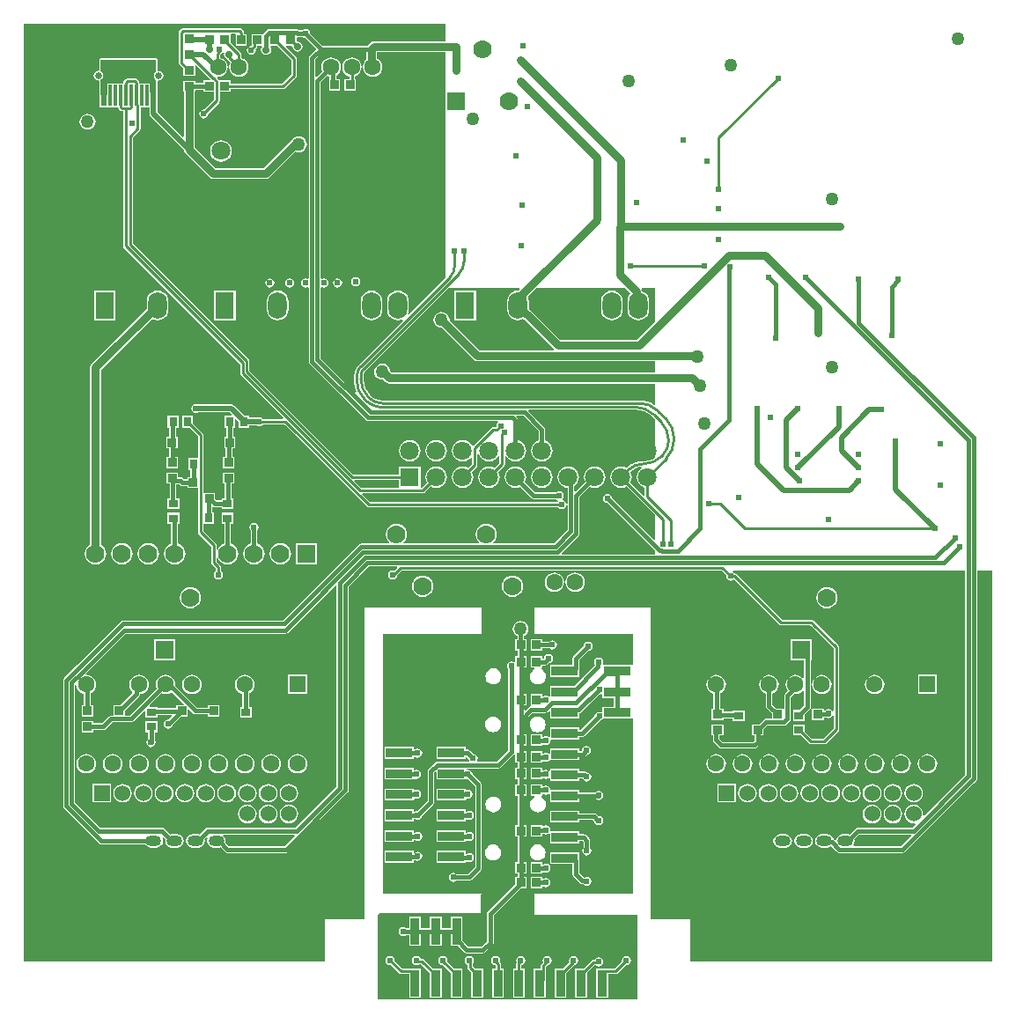
<source format=gbl>
G04*
G04 #@! TF.GenerationSoftware,Altium Limited,Altium Designer,20.2.6 (244)*
G04*
G04 Layer_Physical_Order=4*
G04 Layer_Color=16711680*
%FSLAX24Y24*%
%MOIN*%
G70*
G04*
G04 #@! TF.SameCoordinates,B6A14326-B2C9-468C-B45E-93355CF85A49*
G04*
G04*
G04 #@! TF.FilePolarity,Positive*
G04*
G01*
G75*
%ADD10C,0.0100*%
%ADD17C,0.0300*%
%ADD20R,0.0340X0.0318*%
%ADD23R,0.0315X0.0354*%
%ADD24R,0.0318X0.0340*%
%ADD29R,0.0354X0.0315*%
%ADD86C,0.0150*%
%ADD87C,0.0200*%
%ADD89C,0.0709*%
%ADD90R,0.0709X0.0709*%
%ADD91C,0.0700*%
%ADD92R,0.0700X0.0700*%
%ADD93R,0.0709X0.1024*%
%ADD94O,0.0709X0.1024*%
%ADD95O,0.0394X0.0709*%
%ADD96O,0.0394X0.0827*%
%ADD97C,0.0256*%
%ADD98R,0.0600X0.0600*%
%ADD99C,0.0600*%
%ADD100O,0.0600X0.0400*%
%ADD101R,0.0600X0.0400*%
%ADD102O,0.0600X0.1000*%
%ADD103C,0.0630*%
%ADD104R,0.0630X0.0630*%
%ADD105R,0.0630X0.0630*%
%ADD106R,0.0709X0.0709*%
%ADD107C,0.0240*%
%ADD108C,0.0500*%
%ADD109C,0.0280*%
%ADD135C,0.0100*%
%ADD136R,0.0320X0.0320*%
%ADD137R,0.0236X0.0800*%
%ADD138R,0.0118X0.0800*%
%ADD139R,0.1000X0.0350*%
%ADD140R,0.0350X0.1000*%
G36*
X35850Y48804D02*
X33138D01*
X33060Y48788D01*
X32994Y48744D01*
X32906Y48656D01*
X32895Y48640D01*
X31191D01*
X30722Y49109D01*
X30710Y49166D01*
X30673Y49223D01*
X30616Y49260D01*
X30550Y49273D01*
X30484Y49260D01*
X30435Y49227D01*
X30298D01*
X30261Y49253D01*
X30212Y49262D01*
X29188D01*
X29139Y49253D01*
X29098Y49225D01*
X28968Y49095D01*
X28932Y49060D01*
X28512D01*
Y48750D01*
X28510Y48740D01*
Y48648D01*
X28489Y48627D01*
X28434Y48616D01*
X28377Y48578D01*
X28340Y48522D01*
X28327Y48456D01*
X28340Y48390D01*
X28377Y48333D01*
X28434Y48296D01*
X28500Y48282D01*
X28566Y48296D01*
X28623Y48333D01*
X28660Y48390D01*
X28673Y48456D01*
X28662Y48512D01*
X28684Y48534D01*
X28706Y48567D01*
X28714Y48606D01*
Y48640D01*
X28876D01*
X28902Y48590D01*
X28876Y48550D01*
X28861Y48476D01*
X28876Y48402D01*
X28918Y48339D01*
X28981Y48297D01*
X29055Y48282D01*
X29129Y48297D01*
X29192Y48339D01*
X29234Y48402D01*
X29248Y48476D01*
X29234Y48550D01*
X29207Y48590D01*
X29234Y48640D01*
X29466D01*
X29578Y48528D01*
X29578Y48528D01*
X30007Y48099D01*
Y47551D01*
X29658Y47202D01*
X27705D01*
Y47320D01*
X27289D01*
X27272Y47346D01*
X27209Y47409D01*
X27231Y47454D01*
X27238Y47453D01*
X27333Y47465D01*
X27422Y47502D01*
X27498Y47561D01*
X27557Y47637D01*
X27593Y47726D01*
X27606Y47821D01*
X27593Y47916D01*
X27557Y48005D01*
X27498Y48081D01*
X27422Y48140D01*
X27333Y48176D01*
X27326Y48177D01*
Y48282D01*
X27372Y48328D01*
X27391Y48356D01*
X27420Y48376D01*
X27430Y48374D01*
X27467Y48354D01*
X27456Y48300D01*
X27471Y48226D01*
X27513Y48163D01*
X27575Y48121D01*
X27578Y48117D01*
X27617Y48078D01*
X27627Y48071D01*
X27703Y47996D01*
X27670Y47916D01*
X27657Y47821D01*
X27670Y47726D01*
X27706Y47637D01*
X27765Y47561D01*
X27841Y47502D01*
X27930Y47465D01*
X28025Y47453D01*
X28120Y47465D01*
X28209Y47502D01*
X28285Y47561D01*
X28344Y47637D01*
X28381Y47726D01*
X28393Y47821D01*
X28381Y47916D01*
X28344Y48005D01*
X28285Y48081D01*
X28209Y48140D01*
X28127Y48174D01*
Y48310D01*
X28119Y48349D01*
X28097Y48382D01*
X27705Y48774D01*
Y49070D01*
X27744Y49098D01*
X27883D01*
X27912Y49060D01*
Y48640D01*
X28332D01*
Y49060D01*
X28224D01*
Y49141D01*
X28216Y49180D01*
X28194Y49214D01*
X28136Y49272D01*
X28102Y49294D01*
X28063Y49302D01*
X25906D01*
X25867Y49294D01*
X25834Y49272D01*
X25776Y49214D01*
X25753Y49180D01*
X25746Y49141D01*
Y47989D01*
X25753Y47950D01*
X25776Y47917D01*
X25930Y47763D01*
Y47488D01*
X26370D01*
Y47880D01*
X26420Y47901D01*
X26951Y47370D01*
X26930Y47320D01*
X26695D01*
Y47229D01*
X26370D01*
Y47312D01*
X25930D01*
Y46895D01*
X25946D01*
Y45186D01*
X25900Y45166D01*
X24948Y46118D01*
Y46311D01*
X24963D01*
Y47211D01*
X24954D01*
Y47286D01*
X24992Y47316D01*
X25061Y47330D01*
X25120Y47370D01*
X25159Y47428D01*
X25173Y47498D01*
X25159Y47567D01*
X25120Y47626D01*
X25061Y47665D01*
X24992Y47679D01*
X24954Y47710D01*
Y48100D01*
X24938Y48138D01*
X24900Y48154D01*
X22800D01*
X22762Y48138D01*
X22746Y48100D01*
Y47714D01*
X22708Y47683D01*
X22639Y47669D01*
X22580Y47630D01*
X22541Y47571D01*
X22527Y47502D01*
X22541Y47432D01*
X22580Y47374D01*
X22639Y47334D01*
X22708Y47320D01*
X22746Y47290D01*
Y47211D01*
X22737D01*
Y46311D01*
X23462D01*
Y46309D01*
X23470Y46270D01*
X23492Y46236D01*
X23550Y46178D01*
X23583Y46156D01*
X23622Y46148D01*
X23650D01*
Y41048D01*
X23657Y41009D01*
X23679Y40976D01*
X28078Y36578D01*
Y36228D01*
X28085Y36189D01*
X28107Y36156D01*
X29715Y34548D01*
X29696Y34502D01*
X28936D01*
X28923Y34523D01*
X28866Y34560D01*
X28800Y34573D01*
X28734Y34560D01*
X28723Y34553D01*
X28433D01*
Y34627D01*
X28234D01*
X27853Y35008D01*
X27804Y35041D01*
X27745Y35053D01*
X26477D01*
X26466Y35060D01*
X26400Y35073D01*
X26334Y35060D01*
X26277Y35023D01*
X26240Y34966D01*
X26227Y34900D01*
X26240Y34834D01*
X26277Y34777D01*
X26334Y34740D01*
X26400Y34727D01*
X26466Y34740D01*
X26477Y34747D01*
X27682D01*
X27756Y34673D01*
X27736Y34627D01*
X27467D01*
Y34173D01*
X27551D01*
Y33820D01*
X27473D01*
Y33380D01*
X27533D01*
Y33060D01*
X27419D01*
Y32642D01*
X27860D01*
Y33060D01*
X27788D01*
Y33380D01*
X27890D01*
Y33820D01*
X27805D01*
Y34173D01*
X27882D01*
Y34482D01*
X27928Y34501D01*
X28018Y34411D01*
Y34173D01*
X28433D01*
Y34247D01*
X28723D01*
X28734Y34240D01*
X28800Y34227D01*
X28866Y34240D01*
X28923Y34277D01*
X28936Y34298D01*
X29753D01*
X32868Y31183D01*
X32901Y31161D01*
X32940Y31153D01*
X40119D01*
X40132Y31132D01*
X40189Y31095D01*
X40255Y31082D01*
X40321Y31095D01*
X40378Y31132D01*
X40415Y31189D01*
X40423Y31226D01*
X40473Y31221D01*
Y30303D01*
X39957Y29787D01*
X37677D01*
X37661Y29835D01*
X37680Y29850D01*
X37744Y29933D01*
X37785Y30031D01*
X37798Y30135D01*
X37785Y30239D01*
X37744Y30337D01*
X37680Y30420D01*
X37597Y30484D01*
X37499Y30525D01*
X37395Y30538D01*
X37291Y30525D01*
X37193Y30484D01*
X37110Y30420D01*
X37046Y30337D01*
X37005Y30239D01*
X36992Y30135D01*
X37005Y30031D01*
X37046Y29933D01*
X37110Y29850D01*
X37129Y29835D01*
X37113Y29787D01*
X34277D01*
X34261Y29835D01*
X34280Y29850D01*
X34344Y29933D01*
X34385Y30031D01*
X34398Y30135D01*
X34385Y30239D01*
X34344Y30337D01*
X34280Y30420D01*
X34197Y30484D01*
X34099Y30525D01*
X33995Y30538D01*
X33891Y30525D01*
X33793Y30484D01*
X33710Y30420D01*
X33646Y30337D01*
X33605Y30239D01*
X33592Y30135D01*
X33605Y30031D01*
X33646Y29933D01*
X33710Y29850D01*
X33729Y29835D01*
X33713Y29787D01*
X32660D01*
X32611Y29778D01*
X32570Y29750D01*
X29697Y26877D01*
X23650D01*
X23601Y26868D01*
X23560Y26840D01*
X21910Y25190D01*
X21895Y25180D01*
X21410Y24695D01*
X21382Y24654D01*
X21373Y24605D01*
Y19850D01*
X21382Y19801D01*
X21410Y19760D01*
X22730Y18440D01*
X22771Y18412D01*
X22820Y18403D01*
X24484D01*
X24520Y18350D01*
X24602Y18295D01*
X24700Y18275D01*
X24900D01*
X24998Y18295D01*
X25080Y18350D01*
X25136Y18432D01*
X25155Y18530D01*
X25136Y18628D01*
X25123Y18646D01*
X25162Y18678D01*
X25247Y18592D01*
X25235Y18530D01*
X25254Y18432D01*
X25310Y18350D01*
X25392Y18295D01*
X25490Y18275D01*
X25690D01*
X25788Y18295D01*
X25870Y18350D01*
X25926Y18432D01*
X25945Y18530D01*
X25926Y18628D01*
X25870Y18710D01*
X25788Y18765D01*
X25690Y18785D01*
X25490D01*
X25428Y18773D01*
X25210Y18990D01*
X25169Y19018D01*
X25120Y19027D01*
X22786D01*
X21827Y19986D01*
Y24430D01*
X21834Y24433D01*
X21887Y24408D01*
X21894Y24355D01*
X21931Y24266D01*
X21990Y24190D01*
X22066Y24131D01*
X22148Y24097D01*
Y23655D01*
X22080D01*
Y23238D01*
X22520D01*
Y23655D01*
X22402D01*
Y24118D01*
X22434Y24131D01*
X22510Y24190D01*
X22569Y24266D01*
X22606Y24355D01*
X22618Y24450D01*
X22606Y24545D01*
X22569Y24634D01*
X22510Y24710D01*
X22434Y24769D01*
X22345Y24806D01*
X22252Y24818D01*
X22241Y24833D01*
X22226Y24863D01*
X23736Y26373D01*
X29783D01*
X29832Y26382D01*
X29873Y26410D01*
X31676Y28213D01*
X31723Y28194D01*
Y20586D01*
X30164Y19027D01*
X26850D01*
X26801Y19018D01*
X26760Y18990D01*
X26542Y18773D01*
X26480Y18785D01*
X26280D01*
X26182Y18765D01*
X26100Y18710D01*
X26044Y18628D01*
X26025Y18530D01*
X26044Y18432D01*
X26100Y18350D01*
X26182Y18295D01*
X26280Y18275D01*
X26480D01*
X26578Y18295D01*
X26660Y18350D01*
X26716Y18432D01*
X26735Y18530D01*
X26723Y18592D01*
X26808Y18678D01*
X26847Y18646D01*
X26834Y18628D01*
X26815Y18530D01*
X26834Y18432D01*
X26890Y18350D01*
X26972Y18295D01*
X27070Y18275D01*
X27270D01*
X27332Y18287D01*
X27505Y18115D01*
X27546Y18087D01*
X27595Y18078D01*
X29805D01*
X29854Y18087D01*
X29895Y18115D01*
X32140Y20360D01*
X32168Y20401D01*
X32177Y20450D01*
Y28149D01*
X32951Y28923D01*
X34001D01*
X34020Y28876D01*
X33906Y28762D01*
X33850Y28773D01*
X33784Y28760D01*
X33727Y28723D01*
X33690Y28666D01*
X33677Y28600D01*
X33690Y28534D01*
X33727Y28477D01*
X33784Y28440D01*
X33850Y28427D01*
X33916Y28440D01*
X33973Y28477D01*
X34010Y28534D01*
X34021Y28589D01*
X34205Y28773D01*
X43777D01*
X43800Y28750D01*
X46306D01*
X46481Y28574D01*
X46477Y28550D01*
X46490Y28484D01*
X46527Y28427D01*
X46584Y28390D01*
X46650Y28377D01*
X46716Y28390D01*
X46773Y28427D01*
X46778Y28428D01*
X48478Y26728D01*
X48511Y26706D01*
X48550Y26698D01*
X49664D01*
X49693Y26669D01*
X49693Y26669D01*
X50548Y25814D01*
Y23451D01*
X50498Y23436D01*
X50473Y23473D01*
X50417Y23511D01*
X50351Y23524D01*
X50284Y23511D01*
X50228Y23473D01*
X50220Y23462D01*
X50170D01*
Y23527D01*
X49730D01*
Y23110D01*
X50170D01*
Y23207D01*
X50260D01*
X50284Y23191D01*
X50351Y23177D01*
X50417Y23191D01*
X50473Y23228D01*
X50498Y23265D01*
X50548Y23250D01*
Y22792D01*
X50158Y22402D01*
X49716D01*
X49457Y22661D01*
Y22932D01*
X49002D01*
Y22517D01*
X49312D01*
X49601Y22228D01*
X49635Y22206D01*
X49674Y22198D01*
X50200D01*
X50239Y22206D01*
X50272Y22228D01*
X50722Y22678D01*
X50744Y22711D01*
X50752Y22750D01*
Y25856D01*
X50744Y25895D01*
X50722Y25929D01*
X49837Y26814D01*
X49837Y26814D01*
X49779Y26872D01*
X49745Y26894D01*
X49706Y26902D01*
X48592D01*
X46872Y28622D01*
X46839Y28644D01*
X46800Y28652D01*
X46786D01*
X46773Y28673D01*
X46732Y28700D01*
X46747Y28750D01*
X55523D01*
Y21036D01*
X53973Y19487D01*
X53926Y19510D01*
X53931Y19550D01*
X53919Y19641D01*
X53884Y19727D01*
X53828Y19800D01*
X53755Y19856D01*
X53670Y19891D01*
X53578Y19903D01*
X53487Y19891D01*
X53402Y19856D01*
X53329Y19800D01*
X53273Y19727D01*
X53237Y19641D01*
X53225Y19550D01*
X53237Y19459D01*
X53273Y19373D01*
X53329Y19300D01*
X53402Y19244D01*
X53487Y19209D01*
X53578Y19197D01*
X53618Y19202D01*
X53642Y19155D01*
X53514Y19027D01*
X51460D01*
X51411Y19018D01*
X51370Y18990D01*
X51152Y18773D01*
X51090Y18785D01*
X50890D01*
X50792Y18765D01*
X50710Y18710D01*
X50655Y18628D01*
X50643Y18569D01*
X50589Y18552D01*
X50568Y18572D01*
X50543Y18589D01*
X50535Y18628D01*
X50480Y18710D01*
X50398Y18765D01*
X50300Y18785D01*
X50100D01*
X50002Y18765D01*
X49920Y18710D01*
X49865Y18628D01*
X49845Y18530D01*
X49865Y18432D01*
X49920Y18350D01*
X50002Y18295D01*
X50100Y18275D01*
X50300D01*
X50398Y18295D01*
X50450Y18330D01*
X50665Y18115D01*
X50707Y18087D01*
X50755Y18078D01*
X53155D01*
X53204Y18087D01*
X53245Y18115D01*
X55840Y20710D01*
X55940Y20810D01*
X55968Y20851D01*
X55977Y20900D01*
Y28750D01*
X56550D01*
Y13980D01*
X56520Y13950D01*
X45120D01*
Y15550D01*
X43620D01*
Y27360D01*
X39210D01*
Y26360D01*
X42935D01*
Y25186D01*
X42887Y25182D01*
X42885Y25182D01*
X41835D01*
X41809Y25231D01*
X41810Y25234D01*
X41823Y25300D01*
X41810Y25366D01*
X41773Y25423D01*
X41716Y25460D01*
X41650Y25473D01*
X41584Y25460D01*
X41527Y25423D01*
X41490Y25366D01*
X41477Y25300D01*
X41490Y25234D01*
X41505Y25211D01*
Y25167D01*
X40733Y24395D01*
X39813D01*
Y23998D01*
X39764Y23982D01*
X39708Y24019D01*
X39641Y24032D01*
X39575Y24019D01*
X39555Y24006D01*
X39505Y24033D01*
Y24089D01*
X39088D01*
Y23649D01*
X39050Y23619D01*
X39045Y23618D01*
X39004Y23590D01*
X38877Y23463D01*
X38831Y23482D01*
Y23649D01*
X38912D01*
Y24089D01*
X38831D01*
Y25080D01*
X38912D01*
Y25520D01*
X38831D01*
Y25730D01*
X38912D01*
Y26170D01*
X38827D01*
Y26283D01*
X38848Y26291D01*
X38911Y26339D01*
X38959Y26402D01*
X38989Y26475D01*
X38999Y26553D01*
X38989Y26632D01*
X38959Y26705D01*
X38911Y26767D01*
X38848Y26816D01*
X38775Y26846D01*
X38697Y26856D01*
X38618Y26846D01*
X38545Y26816D01*
X38483Y26767D01*
X38435Y26705D01*
X38404Y26632D01*
X38394Y26553D01*
X38404Y26475D01*
X38435Y26402D01*
X38483Y26339D01*
X38545Y26291D01*
X38573Y26280D01*
Y26170D01*
X38495D01*
Y25730D01*
X38576D01*
Y25520D01*
X38495D01*
Y25318D01*
X38445Y25291D01*
X38416Y25310D01*
X38350Y25323D01*
X38284Y25310D01*
X38227Y25273D01*
X38190Y25216D01*
X38177Y25150D01*
X38190Y25084D01*
X38223Y25035D01*
Y21953D01*
X37802Y21532D01*
X37079D01*
X37055Y21577D01*
X37060Y21584D01*
X37073Y21650D01*
X37060Y21716D01*
X37023Y21773D01*
X36966Y21810D01*
X36909Y21822D01*
X36786Y21944D01*
X36745Y21972D01*
X36696Y21982D01*
X36610D01*
Y22083D01*
X35510D01*
Y21634D01*
X36610D01*
Y21689D01*
X36660Y21710D01*
X36728Y21641D01*
X36740Y21584D01*
X36745Y21577D01*
X36721Y21532D01*
X35542D01*
X35493Y21523D01*
X35452Y21495D01*
X35210Y21253D01*
X35182Y21212D01*
X35173Y21163D01*
Y20053D01*
X34791Y19672D01*
X34734Y19660D01*
X34686Y19628D01*
X34636Y19639D01*
Y19722D01*
X33536D01*
Y19273D01*
X34636D01*
Y19371D01*
X34687D01*
X34734Y19340D01*
X34800Y19327D01*
X34866Y19340D01*
X34923Y19377D01*
X34960Y19434D01*
X34972Y19491D01*
X35390Y19910D01*
X35418Y19951D01*
X35427Y20000D01*
Y21110D01*
X35464Y21147D01*
X35510Y21128D01*
Y20847D01*
X36610D01*
Y20850D01*
X36660Y20885D01*
X36691Y20878D01*
X36973Y20597D01*
Y17553D01*
X36697Y17277D01*
X36265D01*
X36216Y17310D01*
X36150Y17323D01*
X36084Y17310D01*
X36027Y17273D01*
X35990Y17216D01*
X35977Y17150D01*
X35990Y17084D01*
X36027Y17027D01*
X36084Y16990D01*
X36150Y16977D01*
X36216Y16990D01*
X36265Y17023D01*
X36750D01*
X36799Y17032D01*
X36840Y17060D01*
X37190Y17410D01*
X37218Y17451D01*
X37227Y17500D01*
Y20650D01*
X37218Y20699D01*
X37190Y20740D01*
X36872Y21059D01*
X36860Y21116D01*
X36823Y21173D01*
X36766Y21210D01*
X36700Y21223D01*
X36693Y21222D01*
X36654Y21265D01*
X36658Y21278D01*
X37855D01*
X37904Y21287D01*
X37945Y21315D01*
X38440Y21810D01*
X38445Y21817D01*
X38495Y21802D01*
Y21480D01*
X38576D01*
Y21302D01*
X38495D01*
Y20862D01*
X38576D01*
Y20670D01*
X38495D01*
Y20230D01*
X38576D01*
Y19120D01*
X38495D01*
Y18680D01*
X38576D01*
Y17720D01*
X38495D01*
Y17280D01*
X38576D01*
Y17170D01*
X38495D01*
Y16910D01*
X37451Y15867D01*
X37424Y15826D01*
X37414Y15777D01*
Y14732D01*
X37209Y14527D01*
X36702D01*
X36493Y14737D01*
Y15657D01*
X36042D01*
Y15234D01*
X35705D01*
Y15657D01*
X35255D01*
Y15234D01*
X34918D01*
Y15657D01*
X34469D01*
Y15227D01*
X34365D01*
X34316Y15260D01*
X34250Y15273D01*
X34184Y15260D01*
X34127Y15223D01*
X34090Y15166D01*
X34077Y15100D01*
X34090Y15034D01*
X34127Y14977D01*
X34184Y14940D01*
X34250Y14927D01*
X34316Y14940D01*
X34365Y14973D01*
X34469D01*
Y14557D01*
X34918D01*
Y14980D01*
X35255D01*
Y14557D01*
X35705D01*
Y14980D01*
X36042D01*
Y14557D01*
X36312D01*
X36559Y14310D01*
X36601Y14282D01*
X36649Y14273D01*
X37262D01*
X37311Y14282D01*
X37352Y14310D01*
X37632Y14589D01*
X37659Y14631D01*
X37669Y14679D01*
Y15724D01*
X38675Y16730D01*
X38912D01*
Y17170D01*
X38831D01*
Y17280D01*
X38912D01*
Y17720D01*
X38831D01*
Y18680D01*
X38912D01*
Y19120D01*
X38831D01*
Y20230D01*
X38912D01*
Y20670D01*
X38831D01*
Y20862D01*
X38912D01*
Y21302D01*
X38831D01*
Y21480D01*
X38912D01*
Y21920D01*
X38831D01*
Y22130D01*
X38912D01*
Y22570D01*
X38831D01*
Y23057D01*
X39147Y23373D01*
X39629D01*
X39678Y23382D01*
X39719Y23410D01*
X39767Y23458D01*
X39813Y23439D01*
Y23157D01*
X40913D01*
Y23358D01*
X40948Y23365D01*
X40990Y23392D01*
X41676Y24078D01*
X41733Y24090D01*
X41743Y24096D01*
X41787Y24073D01*
Y23944D01*
X42210D01*
Y23607D01*
X41787D01*
Y23427D01*
X41743Y23404D01*
X41733Y23410D01*
X41667Y23423D01*
X41601Y23410D01*
X41544Y23373D01*
X41507Y23316D01*
X41495Y23259D01*
X40963Y22726D01*
X40913Y22731D01*
Y22820D01*
X39813D01*
Y22476D01*
X39797Y22465D01*
X39763Y22454D01*
X39716Y22485D01*
X39650Y22498D01*
X39584Y22485D01*
X39555Y22466D01*
X39505Y22476D01*
Y22570D01*
X39088D01*
Y22130D01*
X39505D01*
Y22157D01*
X39555Y22184D01*
X39584Y22165D01*
X39650Y22152D01*
X39716Y22165D01*
X39773Y22202D01*
X39810Y22259D01*
X39823Y22325D01*
X39822Y22332D01*
X39854Y22371D01*
X40913D01*
Y22468D01*
X41013D01*
X41061Y22478D01*
X41103Y22505D01*
X41676Y23078D01*
X41733Y23090D01*
X41790Y23127D01*
X41810Y23157D01*
X42885D01*
X42887Y23157D01*
X42935Y23153D01*
Y16520D01*
X39210D01*
Y15720D01*
X43130D01*
Y12520D01*
X33290D01*
Y15720D01*
X33370Y15800D01*
X37200D01*
Y16510D01*
X37210Y16520D01*
X33485D01*
Y26360D01*
X37210D01*
Y27360D01*
X32800D01*
Y15550D01*
X31300D01*
Y13950D01*
X19900D01*
Y49450D01*
X35850D01*
Y48804D01*
D02*
G37*
G36*
X30484Y48940D02*
X30541Y48928D01*
X30958Y48512D01*
X30710Y48264D01*
X30682Y48223D01*
X30673Y48174D01*
Y39829D01*
X30628Y39805D01*
X30621Y39810D01*
X30555Y39823D01*
X30489Y39810D01*
X30432Y39773D01*
X30395Y39716D01*
X30382Y39650D01*
X30395Y39584D01*
X30432Y39527D01*
X30489Y39490D01*
X30555Y39477D01*
X30621Y39490D01*
X30628Y39495D01*
X30673Y39471D01*
Y36670D01*
X30682Y36621D01*
X30710Y36580D01*
X32830Y34460D01*
X32871Y34432D01*
X32920Y34423D01*
X37829D01*
X37845Y34373D01*
X37827Y34361D01*
X37790Y34305D01*
X37777Y34239D01*
X37739Y34202D01*
X37657D01*
X37618Y34194D01*
X37585Y34172D01*
X36910Y33497D01*
X36856Y33504D01*
X36851Y33507D01*
X36788Y33588D01*
X36704Y33653D01*
X36606Y33694D01*
X36500Y33708D01*
X36394Y33694D01*
X36296Y33653D01*
X36212Y33588D01*
X36147Y33504D01*
X36106Y33406D01*
X36092Y33300D01*
X36106Y33194D01*
X36147Y33096D01*
X36212Y33012D01*
X36296Y32947D01*
X36394Y32906D01*
X36500Y32892D01*
X36606Y32906D01*
X36704Y32947D01*
X36788Y33012D01*
X36812Y33043D01*
X36862Y33026D01*
Y32806D01*
X36707Y32651D01*
X36704Y32653D01*
X36606Y32694D01*
X36500Y32708D01*
X36394Y32694D01*
X36296Y32653D01*
X36212Y32588D01*
X36147Y32504D01*
X36106Y32406D01*
X36092Y32300D01*
X36106Y32194D01*
X36147Y32096D01*
X36212Y32012D01*
X36296Y31947D01*
X36394Y31906D01*
X36500Y31892D01*
X36606Y31906D01*
X36704Y31947D01*
X36788Y32012D01*
X36853Y32096D01*
X36894Y32194D01*
X36908Y32300D01*
X36894Y32406D01*
X36853Y32504D01*
X36851Y32507D01*
X37036Y32692D01*
X37058Y32725D01*
X37066Y32764D01*
Y33160D01*
X37116Y33170D01*
X37147Y33096D01*
X37212Y33012D01*
X37296Y32947D01*
X37394Y32906D01*
X37500Y32892D01*
X37606Y32906D01*
X37704Y32947D01*
X37788Y33012D01*
X37848Y33089D01*
X37873Y33087D01*
X37898Y33076D01*
Y32842D01*
X37707Y32651D01*
X37704Y32653D01*
X37606Y32694D01*
X37500Y32708D01*
X37394Y32694D01*
X37296Y32653D01*
X37212Y32588D01*
X37147Y32504D01*
X37106Y32406D01*
X37092Y32300D01*
X37106Y32194D01*
X37147Y32096D01*
X37212Y32012D01*
X37296Y31947D01*
X37394Y31906D01*
X37500Y31892D01*
X37606Y31906D01*
X37704Y31947D01*
X37788Y32012D01*
X37853Y32096D01*
X37894Y32194D01*
X37908Y32300D01*
X37894Y32406D01*
X37853Y32504D01*
X37851Y32507D01*
X38072Y32728D01*
X38094Y32761D01*
X38102Y32800D01*
Y33076D01*
X38127Y33087D01*
X38152Y33089D01*
X38212Y33012D01*
X38296Y32947D01*
X38394Y32906D01*
X38500Y32892D01*
X38606Y32906D01*
X38704Y32947D01*
X38788Y33012D01*
X38853Y33096D01*
X38894Y33194D01*
X38908Y33300D01*
X38894Y33406D01*
X38853Y33504D01*
X38788Y33588D01*
X38704Y33653D01*
X38606Y33694D01*
X38595Y33695D01*
Y34462D01*
X38585Y34511D01*
X38557Y34552D01*
X38533Y34576D01*
X38552Y34623D01*
X38797D01*
X39373Y34047D01*
Y33685D01*
X39296Y33653D01*
X39212Y33588D01*
X39147Y33504D01*
X39106Y33406D01*
X39092Y33300D01*
X39106Y33194D01*
X39147Y33096D01*
X39212Y33012D01*
X39296Y32947D01*
X39394Y32906D01*
X39500Y32892D01*
X39606Y32906D01*
X39704Y32947D01*
X39788Y33012D01*
X39853Y33096D01*
X39894Y33194D01*
X39908Y33300D01*
X39894Y33406D01*
X39853Y33504D01*
X39788Y33588D01*
X39704Y33653D01*
X39627Y33685D01*
Y34100D01*
X39618Y34149D01*
X39590Y34190D01*
X38982Y34798D01*
X39003Y34848D01*
X43036D01*
X43040Y34849D01*
X43211Y34832D01*
X43380Y34781D01*
X43535Y34698D01*
X43668Y34589D01*
X43671Y34585D01*
X43800Y34456D01*
Y33033D01*
X43680Y32969D01*
X43511Y32918D01*
X43385Y32906D01*
X43336Y32904D01*
Y32904D01*
X43157Y32887D01*
X42986Y32835D01*
X42827Y32750D01*
X42707Y32651D01*
X42704Y32653D01*
X42606Y32694D01*
X42500Y32708D01*
X42394Y32694D01*
X42296Y32653D01*
X42212Y32588D01*
X42147Y32504D01*
X42106Y32406D01*
X42092Y32300D01*
X42106Y32194D01*
X42147Y32096D01*
X42212Y32012D01*
X42296Y31947D01*
X42394Y31906D01*
X42500Y31892D01*
X42606Y31906D01*
X42704Y31947D01*
X42707Y31949D01*
X43800Y30856D01*
Y29942D01*
X43754Y29923D01*
X42161Y31497D01*
X42149Y31554D01*
X42112Y31610D01*
X42056Y31648D01*
X41989Y31661D01*
X41923Y31648D01*
X41867Y31610D01*
X41829Y31554D01*
X41816Y31488D01*
X41829Y31421D01*
X41867Y31365D01*
X41923Y31327D01*
X41982Y31316D01*
X43800Y29519D01*
Y29377D01*
X40256D01*
X40237Y29424D01*
X40890Y30077D01*
X40918Y30118D01*
X40927Y30167D01*
Y31547D01*
X41318Y31938D01*
X41394Y31906D01*
X41500Y31892D01*
X41606Y31906D01*
X41704Y31947D01*
X41788Y32012D01*
X41853Y32096D01*
X41894Y32194D01*
X41908Y32300D01*
X41894Y32406D01*
X41853Y32504D01*
X41788Y32588D01*
X41704Y32653D01*
X41606Y32694D01*
X41500Y32708D01*
X41394Y32694D01*
X41296Y32653D01*
X41212Y32588D01*
X41147Y32504D01*
X41106Y32406D01*
X41092Y32300D01*
X41106Y32194D01*
X41138Y32118D01*
X40774Y31754D01*
X40727Y31773D01*
Y31965D01*
X40788Y32012D01*
X40853Y32096D01*
X40894Y32194D01*
X40908Y32300D01*
X40894Y32406D01*
X40853Y32504D01*
X40788Y32588D01*
X40704Y32653D01*
X40606Y32694D01*
X40500Y32708D01*
X40394Y32694D01*
X40296Y32653D01*
X40212Y32588D01*
X40147Y32504D01*
X40106Y32406D01*
X40092Y32300D01*
X40106Y32194D01*
X40147Y32096D01*
X40212Y32012D01*
X40296Y31947D01*
X40394Y31906D01*
X40473Y31896D01*
Y31289D01*
X40423Y31284D01*
X40415Y31321D01*
X40378Y31378D01*
X40321Y31415D01*
X40281Y31423D01*
X40271Y31476D01*
X40273Y31477D01*
X40310Y31534D01*
X40323Y31600D01*
X40310Y31666D01*
X40273Y31723D01*
X40216Y31760D01*
X40150Y31773D01*
X40084Y31760D01*
X40035Y31727D01*
X39253D01*
X38862Y32118D01*
X38894Y32194D01*
X38908Y32300D01*
X38894Y32406D01*
X38853Y32504D01*
X38788Y32588D01*
X38704Y32653D01*
X38606Y32694D01*
X38500Y32708D01*
X38394Y32694D01*
X38296Y32653D01*
X38212Y32588D01*
X38147Y32504D01*
X38106Y32406D01*
X38092Y32300D01*
X38106Y32194D01*
X38147Y32096D01*
X38212Y32012D01*
X38296Y31947D01*
X38394Y31906D01*
X38500Y31892D01*
X38606Y31906D01*
X38682Y31938D01*
X39110Y31510D01*
X39151Y31482D01*
X39200Y31473D01*
X40035D01*
X40084Y31440D01*
X40097Y31437D01*
X40114Y31383D01*
X40093Y31357D01*
X32983D01*
X32688Y31652D01*
X32707Y31698D01*
X35000D01*
X35039Y31706D01*
X35072Y31728D01*
X35293Y31949D01*
X35296Y31947D01*
X35394Y31906D01*
X35500Y31892D01*
X35606Y31906D01*
X35704Y31947D01*
X35788Y32012D01*
X35853Y32096D01*
X35894Y32194D01*
X35908Y32300D01*
X35894Y32406D01*
X35853Y32504D01*
X35788Y32588D01*
X35704Y32653D01*
X35606Y32694D01*
X35500Y32708D01*
X35394Y32694D01*
X35296Y32653D01*
X35212Y32588D01*
X35147Y32504D01*
X35106Y32406D01*
X35092Y32300D01*
X35106Y32194D01*
X35147Y32096D01*
X35149Y32093D01*
X34958Y31902D01*
X34904D01*
Y32704D01*
X34096D01*
Y32402D01*
X32362D01*
X28432Y36332D01*
Y36683D01*
X28424Y36722D01*
X28402Y36755D01*
X24004Y41153D01*
Y45159D01*
X24272Y45428D01*
X24294Y45461D01*
X24302Y45500D01*
Y46303D01*
X24309Y46311D01*
X24642D01*
Y46055D01*
X24654Y45997D01*
X24687Y45947D01*
X25949Y44685D01*
X25962Y44622D01*
X26006Y44556D01*
X26906Y43656D01*
X26972Y43612D01*
X27050Y43596D01*
X29050D01*
X29128Y43612D01*
X29194Y43656D01*
X30168Y44630D01*
X30222Y44608D01*
X30300Y44597D01*
X30378Y44608D01*
X30451Y44638D01*
X30514Y44686D01*
X30562Y44749D01*
X30592Y44822D01*
X30603Y44900D01*
X30592Y44978D01*
X30562Y45051D01*
X30514Y45114D01*
X30451Y45162D01*
X30378Y45192D01*
X30300Y45203D01*
X30222Y45192D01*
X30149Y45162D01*
X30086Y45114D01*
X30061Y45081D01*
X30006Y45044D01*
X28966Y44004D01*
X27134D01*
X26354Y44784D01*
Y46895D01*
X26370D01*
Y46974D01*
X26695D01*
Y46880D01*
X27098D01*
Y46592D01*
X26724Y46219D01*
X26700Y46223D01*
X26634Y46210D01*
X26577Y46173D01*
X26540Y46116D01*
X26527Y46050D01*
X26540Y45984D01*
X26577Y45927D01*
X26634Y45890D01*
X26700Y45877D01*
X26766Y45890D01*
X26823Y45927D01*
X26860Y45984D01*
X26873Y46050D01*
X26869Y46074D01*
X27272Y46478D01*
X27294Y46511D01*
X27302Y46550D01*
Y46880D01*
X27705D01*
Y46998D01*
X29700D01*
X29739Y47006D01*
X29772Y47028D01*
X30181Y47436D01*
X30203Y47470D01*
X30211Y47509D01*
Y48141D01*
X30203Y48180D01*
X30181Y48214D01*
X29804Y48590D01*
X29825Y48640D01*
X30025D01*
X30057Y48601D01*
X30056Y48600D01*
X30071Y48526D01*
X30113Y48463D01*
X30176Y48421D01*
X30250Y48406D01*
X30324Y48421D01*
X30387Y48463D01*
X30429Y48526D01*
X30444Y48600D01*
X30429Y48674D01*
X30387Y48737D01*
X30324Y48779D01*
X30250Y48794D01*
X30249Y48793D01*
X30210Y48825D01*
Y48942D01*
X30247Y48973D01*
X30435D01*
X30484Y48940D01*
D02*
G37*
G36*
X35850Y39844D02*
X34465Y38459D01*
X34423Y38488D01*
X34444Y38539D01*
X34458Y38644D01*
Y38959D01*
X34444Y39065D01*
X34403Y39163D01*
X34338Y39248D01*
X34254Y39313D01*
X34156Y39353D01*
X34050Y39367D01*
X33944Y39353D01*
X33846Y39313D01*
X33762Y39248D01*
X33697Y39163D01*
X33656Y39065D01*
X33642Y38959D01*
Y38644D01*
X33656Y38539D01*
X33697Y38441D01*
X33762Y38356D01*
X33846Y38291D01*
X33944Y38251D01*
X34050Y38237D01*
X34156Y38251D01*
X34207Y38272D01*
X34235Y38229D01*
X32578Y36572D01*
X32577Y36573D01*
X32577Y36573D01*
X32546Y36535D01*
X32501Y36480D01*
X32444Y36373D01*
X32409Y36258D01*
X32397Y36138D01*
X32398D01*
Y35904D01*
X32395D01*
X32414Y35717D01*
X32468Y35537D01*
X32471Y35532D01*
X32431Y35502D01*
X31127Y36805D01*
Y39471D01*
X31172Y39495D01*
X31179Y39490D01*
X31245Y39477D01*
X31311Y39490D01*
X31368Y39527D01*
X31405Y39584D01*
X31418Y39650D01*
X31405Y39716D01*
X31368Y39773D01*
X31311Y39810D01*
X31245Y39823D01*
X31179Y39810D01*
X31172Y39805D01*
X31127Y39829D01*
Y47249D01*
X31367Y47489D01*
X31424Y47465D01*
X31456Y47461D01*
Y47370D01*
X31440D01*
Y46930D01*
X31857D01*
Y47370D01*
X31711D01*
Y47508D01*
X31779Y47561D01*
X31838Y47637D01*
X31874Y47726D01*
X31887Y47821D01*
X31874Y47916D01*
X31838Y48005D01*
X31779Y48081D01*
X31703Y48140D01*
X31614Y48176D01*
X31519Y48189D01*
X31424Y48176D01*
X31335Y48140D01*
X31259Y48081D01*
X31200Y48005D01*
X31163Y47916D01*
X31151Y47821D01*
X31163Y47726D01*
X31187Y47669D01*
X30974Y47456D01*
X30927Y47475D01*
Y48121D01*
X31191Y48385D01*
X32846D01*
Y48091D01*
X32833Y48081D01*
X32775Y48005D01*
X32738Y47916D01*
X32726Y47821D01*
X32738Y47726D01*
X32775Y47637D01*
X32833Y47561D01*
X32910Y47502D01*
X32998Y47465D01*
X33094Y47453D01*
X33189Y47465D01*
X33278Y47502D01*
X33354Y47561D01*
X33412Y47637D01*
X33449Y47726D01*
X33462Y47821D01*
X33449Y47916D01*
X33412Y48005D01*
X33354Y48081D01*
X33278Y48140D01*
X33254Y48150D01*
Y48396D01*
X35850D01*
Y39844D01*
D02*
G37*
G36*
X24900Y47651D02*
X24863Y47626D01*
X24824Y47567D01*
X24810Y47498D01*
X24824Y47428D01*
X24863Y47370D01*
X24900Y47345D01*
Y46924D01*
X24861Y46904D01*
X24850Y46903D01*
X24795Y46914D01*
X24736Y46902D01*
X24698Y46877D01*
X24659Y46891D01*
X24648Y46899D01*
Y47211D01*
X24256D01*
Y47241D01*
X24249Y47280D01*
X24226Y47314D01*
X24168Y47372D01*
X24135Y47394D01*
X24096Y47402D01*
X23810D01*
X23771Y47394D01*
X23738Y47372D01*
X23679Y47314D01*
X23657Y47280D01*
X23650Y47241D01*
Y47211D01*
X23052D01*
Y46750D01*
X22800D01*
Y47349D01*
X22837Y47374D01*
X22876Y47432D01*
X22890Y47502D01*
X22876Y47571D01*
X22837Y47630D01*
X22800Y47655D01*
Y48100D01*
X24900D01*
Y47651D01*
D02*
G37*
G36*
X38665Y39404D02*
X38626Y39364D01*
X38600Y39367D01*
X38494Y39353D01*
X38396Y39313D01*
X38312Y39248D01*
X38247Y39163D01*
X38206Y39065D01*
X38192Y38959D01*
Y38644D01*
X38206Y38539D01*
X38247Y38441D01*
X38312Y38356D01*
X38396Y38291D01*
X38494Y38251D01*
X38600Y38237D01*
X38706Y38251D01*
X38792Y38286D01*
X38823Y38266D01*
X38854Y38260D01*
X39958Y37156D01*
X39958Y37156D01*
X39961Y37154D01*
X39945Y37104D01*
X37134D01*
X36001Y38237D01*
X36003Y38250D01*
X35992Y38328D01*
X35962Y38401D01*
X35914Y38464D01*
X35851Y38512D01*
X35778Y38542D01*
X35700Y38553D01*
X35622Y38542D01*
X35549Y38512D01*
X35486Y38464D01*
X35438Y38401D01*
X35408Y38328D01*
X35397Y38250D01*
X35408Y38172D01*
X35438Y38099D01*
X35486Y38036D01*
X35549Y37988D01*
X35622Y37958D01*
X35700Y37947D01*
X35713Y37949D01*
X36906Y36756D01*
X36972Y36712D01*
X37050Y36696D01*
X43800D01*
Y36254D01*
X33817D01*
X33756Y36314D01*
X33749Y36372D01*
X33719Y36445D01*
X33671Y36507D01*
X33608Y36555D01*
X33535Y36586D01*
X33457Y36596D01*
X33378Y36586D01*
X33305Y36555D01*
X33243Y36507D01*
X33195Y36445D01*
X33164Y36372D01*
X33154Y36293D01*
X33164Y36215D01*
X33195Y36142D01*
X33243Y36079D01*
X33305Y36031D01*
X33378Y36001D01*
X33457Y35991D01*
X33498Y35996D01*
X33588Y35906D01*
X33654Y35862D01*
X33732Y35846D01*
X43800D01*
Y35065D01*
X43756Y35040D01*
X43687Y35083D01*
X43527Y35149D01*
X43358Y35190D01*
X43186Y35203D01*
Y35202D01*
X33443D01*
Y35202D01*
X33325Y35214D01*
X33211Y35248D01*
X33107Y35304D01*
X33015Y35379D01*
X32983Y35416D01*
X32902Y35515D01*
X32819Y35670D01*
X32768Y35839D01*
X32751Y36010D01*
X32752Y36014D01*
Y36138D01*
X32753D01*
X32762Y36205D01*
X32788Y36268D01*
X32829Y36321D01*
X32828Y36322D01*
X35956Y39450D01*
X38646D01*
X38665Y39404D01*
D02*
G37*
G36*
X43800Y38188D02*
X43116Y37504D01*
X40186D01*
X39092Y38599D01*
X39026Y38643D01*
X39008Y38646D01*
Y38959D01*
X38994Y39065D01*
X38967Y39129D01*
X39288Y39450D01*
X42662D01*
X42862Y39250D01*
X42862Y39248D01*
X42797Y39163D01*
X42756Y39065D01*
X42742Y38959D01*
Y38644D01*
X42756Y38539D01*
X42797Y38441D01*
X42862Y38356D01*
X42946Y38291D01*
X43044Y38251D01*
X43150Y38237D01*
X43256Y38251D01*
X43354Y38291D01*
X43438Y38356D01*
X43503Y38441D01*
X43544Y38539D01*
X43558Y38644D01*
Y38959D01*
X43544Y39065D01*
X43503Y39163D01*
X43438Y39248D01*
X43354Y39313D01*
X43272Y39347D01*
X43261Y39400D01*
X43268Y39420D01*
X43284Y39450D01*
X43800D01*
Y38188D01*
D02*
G37*
G36*
X34096Y31902D02*
X32650D01*
X32400Y32152D01*
X32419Y32198D01*
X34096D01*
Y31902D01*
D02*
G37*
G36*
X43283Y32643D02*
X43212Y32588D01*
X43147Y32504D01*
X43106Y32406D01*
X43092Y32300D01*
X43106Y32194D01*
X43147Y32096D01*
X43212Y32012D01*
X43296Y31947D01*
X43394Y31906D01*
X43398Y31906D01*
Y31617D01*
X43348Y31596D01*
X42851Y32093D01*
X42853Y32096D01*
X42894Y32194D01*
X42908Y32300D01*
X42894Y32406D01*
X42853Y32504D01*
X42852Y32505D01*
X42942Y32579D01*
X43064Y32644D01*
X43197Y32685D01*
X43264Y32691D01*
X43283Y32643D01*
D02*
G37*
G36*
X53496Y18726D02*
X53102Y18332D01*
X51319D01*
X51292Y18382D01*
X51325Y18432D01*
X51345Y18530D01*
X51333Y18592D01*
X51513Y18773D01*
X53477D01*
X53496Y18726D01*
D02*
G37*
G36*
X30146D02*
X29752Y18332D01*
X27648D01*
X27513Y18468D01*
X27525Y18530D01*
X27506Y18628D01*
X27450Y18710D01*
X27432Y18723D01*
X27447Y18773D01*
X30127D01*
X30146Y18726D01*
D02*
G37*
%LPC*%
G36*
X22300Y46053D02*
X22222Y46042D01*
X22149Y46012D01*
X22086Y45964D01*
X22038Y45901D01*
X22008Y45828D01*
X21997Y45750D01*
X22008Y45672D01*
X22038Y45599D01*
X22086Y45536D01*
X22149Y45488D01*
X22222Y45458D01*
X22300Y45447D01*
X22378Y45458D01*
X22451Y45488D01*
X22514Y45536D01*
X22562Y45599D01*
X22592Y45672D01*
X22603Y45750D01*
X22592Y45828D01*
X22562Y45901D01*
X22514Y45964D01*
X22451Y46012D01*
X22378Y46042D01*
X22300Y46053D01*
D02*
G37*
G36*
X24950Y39367D02*
X24844Y39353D01*
X24746Y39313D01*
X24662Y39248D01*
X24597Y39163D01*
X24556Y39065D01*
X24542Y38959D01*
Y38683D01*
X22456Y36596D01*
X22412Y36530D01*
X22396Y36452D01*
Y29748D01*
X22315Y29685D01*
X22251Y29602D01*
X22210Y29504D01*
X22197Y29400D01*
X22210Y29296D01*
X22251Y29198D01*
X22315Y29115D01*
X22398Y29051D01*
X22496Y29010D01*
X22600Y28997D01*
X22704Y29010D01*
X22802Y29051D01*
X22885Y29115D01*
X22949Y29198D01*
X22990Y29296D01*
X23003Y29400D01*
X22990Y29504D01*
X22949Y29602D01*
X22885Y29685D01*
X22804Y29748D01*
Y36367D01*
X24736Y38299D01*
X24746Y38291D01*
X24844Y38251D01*
X24950Y38237D01*
X25056Y38251D01*
X25154Y38291D01*
X25238Y38356D01*
X25303Y38441D01*
X25344Y38539D01*
X25358Y38644D01*
Y38959D01*
X25344Y39065D01*
X25303Y39163D01*
X25238Y39248D01*
X25154Y39313D01*
X25056Y39353D01*
X24950Y39367D01*
D02*
G37*
G36*
X23354Y39360D02*
X22546D01*
Y38236D01*
X23354D01*
Y39360D01*
D02*
G37*
G36*
X25748Y34627D02*
X25333D01*
Y34173D01*
X25391D01*
Y33820D01*
X25288D01*
Y33380D01*
X25375D01*
Y33060D01*
X25288D01*
Y32642D01*
X25728D01*
Y33060D01*
X25630D01*
Y33380D01*
X25706D01*
Y33820D01*
X25646D01*
Y34173D01*
X25748D01*
Y34627D01*
D02*
G37*
G36*
X26299D02*
X25884D01*
Y34173D01*
X26154D01*
X26480Y33847D01*
Y33027D01*
X26117D01*
Y32573D01*
X26178D01*
Y32305D01*
X26067D01*
Y32224D01*
X25944D01*
X25904Y32264D01*
X25863Y32292D01*
X25814Y32301D01*
X25728D01*
Y32466D01*
X25288D01*
Y32049D01*
X25402D01*
Y31499D01*
X25323D01*
Y31084D01*
X25777D01*
Y31499D01*
X25657D01*
Y32046D01*
X25761D01*
X25802Y32006D01*
X25843Y31979D01*
X25892Y31969D01*
X26067D01*
Y31888D01*
X26480D01*
Y30218D01*
X26488Y30179D01*
X26510Y30146D01*
X26982Y29673D01*
Y29066D01*
X26990Y29027D01*
X27012Y28993D01*
X27151Y28855D01*
Y28736D01*
X27130Y28723D01*
X27092Y28666D01*
X27079Y28600D01*
X27092Y28534D01*
X27130Y28477D01*
X27186Y28440D01*
X27253Y28427D01*
X27319Y28440D01*
X27375Y28477D01*
X27413Y28534D01*
X27426Y28600D01*
X27413Y28666D01*
X27375Y28723D01*
X27355Y28736D01*
Y28897D01*
X27347Y28936D01*
X27325Y28969D01*
X27186Y29108D01*
Y29223D01*
X27236Y29233D01*
X27251Y29198D01*
X27315Y29115D01*
X27398Y29051D01*
X27496Y29010D01*
X27600Y28997D01*
X27704Y29010D01*
X27802Y29051D01*
X27885Y29115D01*
X27949Y29198D01*
X27990Y29296D01*
X28003Y29400D01*
X27990Y29504D01*
X27949Y29602D01*
X27885Y29685D01*
X27802Y29749D01*
X27727Y29780D01*
Y30533D01*
X27827D01*
Y30948D01*
X27373D01*
Y30533D01*
X27473D01*
Y29780D01*
X27398Y29749D01*
X27315Y29685D01*
X27251Y29602D01*
X27236Y29567D01*
X27186Y29577D01*
Y29716D01*
X27179Y29755D01*
X27157Y29788D01*
X26684Y30260D01*
Y30523D01*
X27083D01*
Y30977D01*
X27019D01*
Y31156D01*
X27069Y31182D01*
X27082Y31173D01*
X27131Y31164D01*
X27373D01*
Y31084D01*
X27827D01*
Y31499D01*
X27747D01*
Y32049D01*
X27860D01*
Y32466D01*
X27419D01*
Y32049D01*
X27492D01*
Y31499D01*
X27373D01*
Y31419D01*
X27184D01*
X27127Y31475D01*
Y31712D01*
X26687D01*
X26684Y31761D01*
Y33890D01*
X26676Y33929D01*
X26654Y33962D01*
X26299Y34317D01*
Y34627D01*
D02*
G37*
G36*
X31000Y29800D02*
X30200D01*
Y29000D01*
X31000D01*
Y29800D01*
D02*
G37*
G36*
X29600Y29803D02*
X29496Y29790D01*
X29398Y29749D01*
X29315Y29685D01*
X29251Y29602D01*
X29210Y29504D01*
X29197Y29400D01*
X29210Y29296D01*
X29251Y29198D01*
X29315Y29115D01*
X29398Y29051D01*
X29496Y29010D01*
X29600Y28997D01*
X29704Y29010D01*
X29802Y29051D01*
X29885Y29115D01*
X29949Y29198D01*
X29990Y29296D01*
X30003Y29400D01*
X29990Y29504D01*
X29949Y29602D01*
X29885Y29685D01*
X29802Y29749D01*
X29704Y29790D01*
X29600Y29803D01*
D02*
G37*
G36*
X28600Y30573D02*
X28534Y30560D01*
X28477Y30523D01*
X28440Y30466D01*
X28427Y30400D01*
X28440Y30334D01*
X28473Y30285D01*
Y29780D01*
X28398Y29749D01*
X28315Y29685D01*
X28251Y29602D01*
X28210Y29504D01*
X28197Y29400D01*
X28210Y29296D01*
X28251Y29198D01*
X28315Y29115D01*
X28398Y29051D01*
X28496Y29010D01*
X28600Y28997D01*
X28704Y29010D01*
X28802Y29051D01*
X28885Y29115D01*
X28949Y29198D01*
X28990Y29296D01*
X29003Y29400D01*
X28990Y29504D01*
X28949Y29602D01*
X28885Y29685D01*
X28802Y29749D01*
X28727Y29780D01*
Y30285D01*
X28760Y30334D01*
X28773Y30400D01*
X28760Y30466D01*
X28723Y30523D01*
X28666Y30560D01*
X28600Y30573D01*
D02*
G37*
G36*
X25777Y30948D02*
X25323D01*
Y30533D01*
X25448D01*
Y29770D01*
X25398Y29749D01*
X25315Y29685D01*
X25251Y29602D01*
X25210Y29504D01*
X25197Y29400D01*
X25210Y29296D01*
X25251Y29198D01*
X25315Y29115D01*
X25398Y29051D01*
X25496Y29010D01*
X25600Y28997D01*
X25704Y29010D01*
X25802Y29051D01*
X25885Y29115D01*
X25949Y29198D01*
X25990Y29296D01*
X26003Y29400D01*
X25990Y29504D01*
X25949Y29602D01*
X25885Y29685D01*
X25802Y29749D01*
X25704Y29790D01*
X25702Y29790D01*
Y30533D01*
X25777D01*
Y30948D01*
D02*
G37*
G36*
X24600Y29803D02*
X24496Y29790D01*
X24398Y29749D01*
X24315Y29685D01*
X24251Y29602D01*
X24210Y29504D01*
X24197Y29400D01*
X24210Y29296D01*
X24251Y29198D01*
X24315Y29115D01*
X24398Y29051D01*
X24496Y29010D01*
X24600Y28997D01*
X24704Y29010D01*
X24802Y29051D01*
X24885Y29115D01*
X24949Y29198D01*
X24990Y29296D01*
X25003Y29400D01*
X24990Y29504D01*
X24949Y29602D01*
X24885Y29685D01*
X24802Y29749D01*
X24704Y29790D01*
X24600Y29803D01*
D02*
G37*
G36*
X23600D02*
X23496Y29790D01*
X23398Y29749D01*
X23315Y29685D01*
X23251Y29602D01*
X23210Y29504D01*
X23197Y29400D01*
X23210Y29296D01*
X23251Y29198D01*
X23315Y29115D01*
X23398Y29051D01*
X23496Y29010D01*
X23600Y28997D01*
X23704Y29010D01*
X23802Y29051D01*
X23885Y29115D01*
X23949Y29198D01*
X23990Y29296D01*
X24003Y29400D01*
X23990Y29504D01*
X23949Y29602D01*
X23885Y29685D01*
X23802Y29749D01*
X23704Y29790D01*
X23600Y29803D01*
D02*
G37*
G36*
X40756Y28689D02*
X40661Y28677D01*
X40572Y28640D01*
X40496Y28582D01*
X40438Y28505D01*
X40401Y28417D01*
X40388Y28321D01*
X40401Y28226D01*
X40438Y28137D01*
X40496Y28061D01*
X40572Y28002D01*
X40661Y27966D01*
X40756Y27953D01*
X40852Y27966D01*
X40940Y28002D01*
X41017Y28061D01*
X41075Y28137D01*
X41112Y28226D01*
X41124Y28321D01*
X41112Y28417D01*
X41075Y28505D01*
X41017Y28582D01*
X40940Y28640D01*
X40852Y28677D01*
X40756Y28689D01*
D02*
G37*
G36*
X39969D02*
X39874Y28677D01*
X39785Y28640D01*
X39709Y28582D01*
X39650Y28505D01*
X39613Y28417D01*
X39601Y28321D01*
X39613Y28226D01*
X39650Y28137D01*
X39709Y28061D01*
X39785Y28002D01*
X39874Y27966D01*
X39969Y27953D01*
X40064Y27966D01*
X40153Y28002D01*
X40229Y28061D01*
X40288Y28137D01*
X40324Y28226D01*
X40337Y28321D01*
X40324Y28417D01*
X40288Y28505D01*
X40229Y28582D01*
X40153Y28640D01*
X40064Y28677D01*
X39969Y28689D01*
D02*
G37*
G36*
X38385Y28568D02*
X38281Y28555D01*
X38183Y28514D01*
X38100Y28450D01*
X38036Y28367D01*
X37995Y28269D01*
X37982Y28165D01*
X37995Y28061D01*
X38036Y27963D01*
X38100Y27880D01*
X38183Y27816D01*
X38281Y27775D01*
X38385Y27762D01*
X38489Y27775D01*
X38587Y27816D01*
X38670Y27880D01*
X38734Y27963D01*
X38775Y28061D01*
X38788Y28165D01*
X38775Y28269D01*
X38734Y28367D01*
X38670Y28450D01*
X38587Y28514D01*
X38489Y28555D01*
X38385Y28568D01*
D02*
G37*
G36*
X34985D02*
X34881Y28555D01*
X34783Y28514D01*
X34700Y28450D01*
X34636Y28367D01*
X34595Y28269D01*
X34582Y28165D01*
X34595Y28061D01*
X34636Y27963D01*
X34700Y27880D01*
X34783Y27816D01*
X34881Y27775D01*
X34985Y27762D01*
X35089Y27775D01*
X35187Y27816D01*
X35270Y27880D01*
X35334Y27963D01*
X35375Y28061D01*
X35388Y28165D01*
X35375Y28269D01*
X35334Y28367D01*
X35270Y28450D01*
X35187Y28514D01*
X35089Y28555D01*
X34985Y28568D01*
D02*
G37*
G36*
X50295Y28138D02*
X50191Y28125D01*
X50093Y28084D01*
X50010Y28020D01*
X49946Y27937D01*
X49905Y27839D01*
X49892Y27735D01*
X49905Y27631D01*
X49946Y27533D01*
X50010Y27450D01*
X50093Y27386D01*
X50191Y27345D01*
X50295Y27332D01*
X50399Y27345D01*
X50497Y27386D01*
X50580Y27450D01*
X50644Y27533D01*
X50685Y27631D01*
X50698Y27735D01*
X50685Y27839D01*
X50644Y27937D01*
X50580Y28020D01*
X50497Y28084D01*
X50399Y28125D01*
X50295Y28138D01*
D02*
G37*
G36*
X26195D02*
X26091Y28125D01*
X25993Y28084D01*
X25910Y28020D01*
X25846Y27937D01*
X25805Y27839D01*
X25792Y27735D01*
X25805Y27631D01*
X25846Y27533D01*
X25910Y27450D01*
X25993Y27386D01*
X26091Y27345D01*
X26195Y27332D01*
X26299Y27345D01*
X26397Y27386D01*
X26480Y27450D01*
X26544Y27533D01*
X26585Y27631D01*
X26598Y27735D01*
X26585Y27839D01*
X26544Y27937D01*
X26480Y28020D01*
X26397Y28084D01*
X26299Y28125D01*
X26195Y28138D01*
D02*
G37*
G36*
X39505Y26170D02*
X39088D01*
Y25730D01*
X39505D01*
Y25823D01*
X39785D01*
X39834Y25790D01*
X39900Y25777D01*
X39966Y25790D01*
X40023Y25827D01*
X40060Y25884D01*
X40073Y25950D01*
X40060Y26016D01*
X40023Y26073D01*
X39966Y26110D01*
X39900Y26123D01*
X39834Y26110D01*
X39785Y26077D01*
X39505D01*
Y26170D01*
D02*
G37*
G36*
X39745Y25602D02*
X39678Y25589D01*
X39622Y25551D01*
X39585Y25495D01*
X39573Y25437D01*
X39564Y25427D01*
X39505D01*
Y25520D01*
X39088D01*
Y25080D01*
X39208D01*
X39218Y25030D01*
X39199Y25022D01*
X39136Y24974D01*
X39088Y24911D01*
X39058Y24838D01*
X39047Y24760D01*
X39058Y24682D01*
X39088Y24609D01*
X39136Y24546D01*
X39199Y24498D01*
X39272Y24468D01*
X39350Y24457D01*
X39428Y24468D01*
X39501Y24498D01*
X39564Y24546D01*
X39612Y24609D01*
X39642Y24682D01*
X39653Y24760D01*
X39642Y24838D01*
X39612Y24911D01*
X39564Y24974D01*
X39501Y25022D01*
X39482Y25030D01*
X39492Y25080D01*
X39505D01*
Y25173D01*
X39616D01*
X39665Y25182D01*
X39706Y25210D01*
X39753Y25257D01*
X39811Y25268D01*
X39867Y25306D01*
X39905Y25362D01*
X39918Y25428D01*
X39905Y25495D01*
X39867Y25551D01*
X39811Y25589D01*
X39745Y25602D01*
D02*
G37*
G36*
X25615Y26165D02*
X24815D01*
Y25365D01*
X25615D01*
Y26165D01*
D02*
G37*
G36*
X41250Y26073D02*
X41184Y26060D01*
X41127Y26023D01*
X41090Y25966D01*
X41078Y25909D01*
X40698Y25528D01*
X40670Y25487D01*
X40661Y25438D01*
Y25182D01*
X39813D01*
Y24732D01*
X40913D01*
Y25044D01*
X40915Y25057D01*
Y25385D01*
X41259Y25728D01*
X41316Y25740D01*
X41373Y25777D01*
X41410Y25834D01*
X41423Y25900D01*
X41410Y25966D01*
X41373Y26023D01*
X41316Y26060D01*
X41250Y26073D01*
D02*
G37*
G36*
X49715Y26165D02*
X48915D01*
Y25365D01*
X49423D01*
Y24711D01*
X49373Y24694D01*
X49360Y24710D01*
X49284Y24769D01*
X49195Y24806D01*
X49100Y24818D01*
X49005Y24806D01*
X48916Y24769D01*
X48840Y24710D01*
X48781Y24634D01*
X48744Y24545D01*
X48732Y24450D01*
X48744Y24355D01*
X48781Y24266D01*
X48818Y24218D01*
X48706Y24106D01*
X48678Y24065D01*
X48669Y24016D01*
Y23570D01*
X48650Y23527D01*
X48390D01*
X48227Y23690D01*
Y24108D01*
X48284Y24131D01*
X48360Y24190D01*
X48419Y24266D01*
X48456Y24355D01*
X48468Y24450D01*
X48456Y24545D01*
X48419Y24634D01*
X48360Y24710D01*
X48284Y24769D01*
X48195Y24806D01*
X48100Y24818D01*
X48005Y24806D01*
X47916Y24769D01*
X47840Y24710D01*
X47781Y24634D01*
X47744Y24545D01*
X47732Y24450D01*
X47744Y24355D01*
X47781Y24266D01*
X47840Y24190D01*
X47916Y24131D01*
X47973Y24108D01*
Y23637D01*
X47982Y23588D01*
X48010Y23547D01*
X48210Y23347D01*
Y23149D01*
X47977D01*
X47928Y23139D01*
X47887Y23111D01*
X47710Y22934D01*
X47450D01*
Y22517D01*
X47543D01*
Y22323D01*
X47497Y22277D01*
X46353D01*
X46227Y22403D01*
Y22517D01*
X46370D01*
Y22934D01*
X45930D01*
Y22517D01*
X45973D01*
Y22350D01*
X45982Y22301D01*
X46010Y22260D01*
X46210Y22060D01*
X46251Y22032D01*
X46300Y22023D01*
X47550D01*
X47599Y22032D01*
X47640Y22060D01*
X47760Y22180D01*
X47788Y22221D01*
X47797Y22270D01*
Y22517D01*
X47890D01*
Y22754D01*
X48030Y22894D01*
X48662D01*
X48711Y22904D01*
X48752Y22931D01*
X48886Y23065D01*
X48914Y23106D01*
X48923Y23155D01*
Y23963D01*
X49049Y24089D01*
X49100Y24082D01*
X49195Y24094D01*
X49284Y24131D01*
X49360Y24190D01*
X49373Y24206D01*
X49423Y24189D01*
Y23649D01*
X49257Y23483D01*
X49002D01*
Y23068D01*
X49457D01*
Y23322D01*
X49640Y23506D01*
X49668Y23547D01*
X49677Y23596D01*
Y25365D01*
X49715D01*
Y26165D01*
D02*
G37*
G36*
X37660Y25063D02*
X37582Y25052D01*
X37509Y25022D01*
X37446Y24974D01*
X37398Y24911D01*
X37368Y24838D01*
X37357Y24760D01*
X37368Y24682D01*
X37398Y24609D01*
X37446Y24546D01*
X37509Y24498D01*
X37582Y24468D01*
X37660Y24457D01*
X37738Y24468D01*
X37811Y24498D01*
X37874Y24546D01*
X37922Y24609D01*
X37952Y24682D01*
X37963Y24760D01*
X37952Y24838D01*
X37922Y24911D01*
X37874Y24974D01*
X37811Y25022D01*
X37738Y25052D01*
X37660Y25063D01*
D02*
G37*
G36*
X54465Y24815D02*
X53735D01*
Y24085D01*
X54465D01*
Y24815D01*
D02*
G37*
G36*
X30615D02*
X29885D01*
Y24085D01*
X30615D01*
Y24815D01*
D02*
G37*
G36*
X52100Y24818D02*
X52005Y24806D01*
X51916Y24769D01*
X51840Y24710D01*
X51781Y24634D01*
X51744Y24545D01*
X51732Y24450D01*
X51744Y24355D01*
X51781Y24266D01*
X51840Y24190D01*
X51916Y24131D01*
X52005Y24094D01*
X52100Y24082D01*
X52195Y24094D01*
X52284Y24131D01*
X52360Y24190D01*
X52419Y24266D01*
X52456Y24355D01*
X52468Y24450D01*
X52456Y24545D01*
X52419Y24634D01*
X52360Y24710D01*
X52284Y24769D01*
X52195Y24806D01*
X52100Y24818D01*
D02*
G37*
G36*
X50100D02*
X50005Y24806D01*
X49916Y24769D01*
X49840Y24710D01*
X49781Y24634D01*
X49744Y24545D01*
X49732Y24450D01*
X49744Y24355D01*
X49781Y24266D01*
X49840Y24190D01*
X49916Y24131D01*
X50005Y24094D01*
X50100Y24082D01*
X50195Y24094D01*
X50284Y24131D01*
X50360Y24190D01*
X50419Y24266D01*
X50456Y24355D01*
X50468Y24450D01*
X50456Y24545D01*
X50419Y24634D01*
X50360Y24710D01*
X50284Y24769D01*
X50195Y24806D01*
X50100Y24818D01*
D02*
G37*
G36*
X26250D02*
X26155Y24806D01*
X26066Y24769D01*
X25990Y24710D01*
X25931Y24634D01*
X25894Y24545D01*
X25882Y24450D01*
X25894Y24355D01*
X25931Y24266D01*
X25990Y24190D01*
X26066Y24131D01*
X26155Y24094D01*
X26250Y24082D01*
X26345Y24094D01*
X26434Y24131D01*
X26510Y24190D01*
X26569Y24266D01*
X26606Y24355D01*
X26618Y24450D01*
X26606Y24545D01*
X26569Y24634D01*
X26510Y24710D01*
X26434Y24769D01*
X26345Y24806D01*
X26250Y24818D01*
D02*
G37*
G36*
X25250D02*
X25155Y24806D01*
X25066Y24769D01*
X24990Y24710D01*
X24931Y24634D01*
X24894Y24545D01*
X24882Y24450D01*
X24894Y24355D01*
X24918Y24298D01*
X23897Y23277D01*
X23712D01*
Y23475D01*
X24248Y24012D01*
X24276Y24053D01*
X24283Y24086D01*
X24345Y24094D01*
X24434Y24131D01*
X24510Y24190D01*
X24569Y24266D01*
X24606Y24355D01*
X24618Y24450D01*
X24606Y24545D01*
X24569Y24634D01*
X24510Y24710D01*
X24434Y24769D01*
X24345Y24806D01*
X24250Y24818D01*
X24155Y24806D01*
X24066Y24769D01*
X23990Y24710D01*
X23931Y24634D01*
X23894Y24545D01*
X23882Y24450D01*
X23894Y24355D01*
X23931Y24266D01*
X23990Y24190D01*
X23993Y24187D01*
X23997Y24121D01*
X23532Y23655D01*
X23272D01*
Y23277D01*
X23196D01*
X23147Y23268D01*
X23106Y23240D01*
X22846Y22981D01*
X22520D01*
Y23062D01*
X22080D01*
Y22645D01*
X22520D01*
Y22726D01*
X22899D01*
X22948Y22736D01*
X22989Y22763D01*
X23249Y23023D01*
X23950D01*
X23999Y23032D01*
X24040Y23060D01*
X24449Y23469D01*
X24496Y23450D01*
Y23196D01*
X24950D01*
Y23298D01*
X25469D01*
X25488Y23251D01*
X25359Y23122D01*
X25350Y23123D01*
X25284Y23110D01*
X25227Y23073D01*
X25190Y23016D01*
X25177Y22950D01*
X25190Y22884D01*
X25227Y22827D01*
X25284Y22790D01*
X25350Y22777D01*
X25416Y22790D01*
X25473Y22827D01*
X25510Y22884D01*
X25517Y22920D01*
X25835Y23238D01*
X26095D01*
Y23487D01*
X26141Y23506D01*
X26291Y23356D01*
X26332Y23329D01*
X26381Y23319D01*
X26847D01*
Y23238D01*
X27287D01*
Y23655D01*
X26847D01*
Y23574D01*
X26433D01*
X25611Y24396D01*
X25618Y24450D01*
X25606Y24545D01*
X25569Y24634D01*
X25510Y24710D01*
X25434Y24769D01*
X25345Y24806D01*
X25250Y24818D01*
D02*
G37*
G36*
X28250D02*
X28155Y24806D01*
X28066Y24769D01*
X27990Y24710D01*
X27931Y24634D01*
X27894Y24545D01*
X27882Y24450D01*
X27894Y24355D01*
X27931Y24266D01*
X27990Y24190D01*
X28066Y24131D01*
X28148Y24097D01*
Y23605D01*
X28073D01*
Y23190D01*
X28527D01*
Y23605D01*
X28402D01*
Y24118D01*
X28434Y24131D01*
X28510Y24190D01*
X28569Y24266D01*
X28606Y24355D01*
X28618Y24450D01*
X28606Y24545D01*
X28569Y24634D01*
X28510Y24710D01*
X28434Y24769D01*
X28345Y24806D01*
X28250Y24818D01*
D02*
G37*
G36*
X46100D02*
X46005Y24806D01*
X45916Y24769D01*
X45840Y24710D01*
X45781Y24634D01*
X45744Y24545D01*
X45732Y24450D01*
X45744Y24355D01*
X45781Y24266D01*
X45840Y24190D01*
X45916Y24131D01*
X45998Y24097D01*
Y23527D01*
X45930D01*
Y23110D01*
X46370D01*
Y23167D01*
X46724D01*
Y23062D01*
X47179D01*
Y23477D01*
X46724D01*
Y23421D01*
X46370D01*
Y23527D01*
X46252D01*
Y24118D01*
X46284Y24131D01*
X46360Y24190D01*
X46419Y24266D01*
X46456Y24355D01*
X46468Y24450D01*
X46456Y24545D01*
X46419Y24634D01*
X46360Y24710D01*
X46284Y24769D01*
X46195Y24806D01*
X46100Y24818D01*
D02*
G37*
G36*
X39340Y23243D02*
X39262Y23232D01*
X39189Y23202D01*
X39126Y23154D01*
X39078Y23091D01*
X39048Y23018D01*
X39037Y22940D01*
X39048Y22862D01*
X39078Y22789D01*
X39126Y22726D01*
X39189Y22678D01*
X39262Y22648D01*
X39340Y22637D01*
X39418Y22648D01*
X39491Y22678D01*
X39554Y22726D01*
X39602Y22789D01*
X39632Y22862D01*
X39643Y22940D01*
X39632Y23018D01*
X39602Y23091D01*
X39554Y23154D01*
X39491Y23202D01*
X39418Y23232D01*
X39340Y23243D01*
D02*
G37*
G36*
X37650D02*
X37572Y23232D01*
X37499Y23202D01*
X37436Y23154D01*
X37388Y23091D01*
X37358Y23018D01*
X37347Y22940D01*
X37358Y22862D01*
X37388Y22789D01*
X37436Y22726D01*
X37499Y22678D01*
X37572Y22648D01*
X37650Y22637D01*
X37728Y22648D01*
X37801Y22678D01*
X37864Y22726D01*
X37912Y22789D01*
X37942Y22862D01*
X37953Y22940D01*
X37942Y23018D01*
X37912Y23091D01*
X37864Y23154D01*
X37801Y23202D01*
X37728Y23232D01*
X37650Y23243D01*
D02*
G37*
G36*
X24950Y23060D02*
X24496D01*
Y22645D01*
X24584D01*
Y22377D01*
X24577Y22373D01*
X24540Y22316D01*
X24527Y22250D01*
X24540Y22184D01*
X24577Y22127D01*
X24634Y22090D01*
X24700Y22077D01*
X24766Y22090D01*
X24823Y22127D01*
X24860Y22184D01*
X24873Y22250D01*
X24860Y22316D01*
X24839Y22348D01*
Y22645D01*
X24950D01*
Y23060D01*
D02*
G37*
G36*
X41188Y22123D02*
X41122Y22110D01*
X41066Y22073D01*
X41028Y22016D01*
X41017Y21959D01*
X40994Y21936D01*
X40913D01*
Y22034D01*
X39813D01*
Y21851D01*
X39797Y21840D01*
X39763Y21829D01*
X39716Y21860D01*
X39650Y21873D01*
X39584Y21860D01*
X39555Y21841D01*
X39505Y21867D01*
Y21920D01*
X39088D01*
Y21480D01*
X39505D01*
Y21533D01*
X39555Y21559D01*
X39584Y21540D01*
X39650Y21527D01*
X39716Y21540D01*
X39767Y21574D01*
X39813Y21583D01*
X39813Y21583D01*
X39813Y21583D01*
X40913D01*
Y21681D01*
X41047D01*
X41096Y21691D01*
X41137Y21718D01*
X41197Y21778D01*
X41255Y21790D01*
X41311Y21827D01*
X41348Y21884D01*
X41362Y21950D01*
X41348Y22016D01*
X41311Y22073D01*
X41255Y22110D01*
X41188Y22123D01*
D02*
G37*
G36*
X34636Y22083D02*
X33536D01*
Y21634D01*
X34636D01*
Y21700D01*
X34686Y21718D01*
X34729Y21690D01*
X34795Y21677D01*
X34861Y21690D01*
X34918Y21727D01*
X34955Y21784D01*
X34968Y21850D01*
X34955Y21916D01*
X34918Y21973D01*
X34861Y22010D01*
X34795Y22023D01*
X34729Y22010D01*
X34686Y21982D01*
X34636D01*
Y22083D01*
D02*
G37*
G36*
X54100Y21818D02*
X54005Y21806D01*
X53916Y21769D01*
X53840Y21710D01*
X53781Y21634D01*
X53744Y21545D01*
X53732Y21450D01*
X53744Y21355D01*
X53781Y21266D01*
X53840Y21190D01*
X53916Y21131D01*
X54005Y21094D01*
X54100Y21082D01*
X54195Y21094D01*
X54284Y21131D01*
X54360Y21190D01*
X54419Y21266D01*
X54456Y21355D01*
X54468Y21450D01*
X54456Y21545D01*
X54419Y21634D01*
X54360Y21710D01*
X54284Y21769D01*
X54195Y21806D01*
X54100Y21818D01*
D02*
G37*
G36*
X53100D02*
X53005Y21806D01*
X52916Y21769D01*
X52840Y21710D01*
X52781Y21634D01*
X52744Y21545D01*
X52732Y21450D01*
X52744Y21355D01*
X52781Y21266D01*
X52840Y21190D01*
X52916Y21131D01*
X53005Y21094D01*
X53100Y21082D01*
X53195Y21094D01*
X53284Y21131D01*
X53360Y21190D01*
X53419Y21266D01*
X53456Y21355D01*
X53468Y21450D01*
X53456Y21545D01*
X53419Y21634D01*
X53360Y21710D01*
X53284Y21769D01*
X53195Y21806D01*
X53100Y21818D01*
D02*
G37*
G36*
X52100D02*
X52005Y21806D01*
X51916Y21769D01*
X51840Y21710D01*
X51781Y21634D01*
X51744Y21545D01*
X51732Y21450D01*
X51744Y21355D01*
X51781Y21266D01*
X51840Y21190D01*
X51916Y21131D01*
X52005Y21094D01*
X52100Y21082D01*
X52195Y21094D01*
X52284Y21131D01*
X52360Y21190D01*
X52419Y21266D01*
X52456Y21355D01*
X52468Y21450D01*
X52456Y21545D01*
X52419Y21634D01*
X52360Y21710D01*
X52284Y21769D01*
X52195Y21806D01*
X52100Y21818D01*
D02*
G37*
G36*
X51100D02*
X51005Y21806D01*
X50916Y21769D01*
X50840Y21710D01*
X50781Y21634D01*
X50744Y21545D01*
X50732Y21450D01*
X50744Y21355D01*
X50781Y21266D01*
X50840Y21190D01*
X50916Y21131D01*
X51005Y21094D01*
X51100Y21082D01*
X51195Y21094D01*
X51284Y21131D01*
X51360Y21190D01*
X51419Y21266D01*
X51456Y21355D01*
X51468Y21450D01*
X51456Y21545D01*
X51419Y21634D01*
X51360Y21710D01*
X51284Y21769D01*
X51195Y21806D01*
X51100Y21818D01*
D02*
G37*
G36*
X50100D02*
X50005Y21806D01*
X49916Y21769D01*
X49840Y21710D01*
X49781Y21634D01*
X49744Y21545D01*
X49732Y21450D01*
X49744Y21355D01*
X49781Y21266D01*
X49840Y21190D01*
X49916Y21131D01*
X50005Y21094D01*
X50100Y21082D01*
X50195Y21094D01*
X50284Y21131D01*
X50360Y21190D01*
X50419Y21266D01*
X50456Y21355D01*
X50468Y21450D01*
X50456Y21545D01*
X50419Y21634D01*
X50360Y21710D01*
X50284Y21769D01*
X50195Y21806D01*
X50100Y21818D01*
D02*
G37*
G36*
X49100D02*
X49005Y21806D01*
X48916Y21769D01*
X48840Y21710D01*
X48781Y21634D01*
X48744Y21545D01*
X48732Y21450D01*
X48744Y21355D01*
X48781Y21266D01*
X48840Y21190D01*
X48916Y21131D01*
X49005Y21094D01*
X49100Y21082D01*
X49195Y21094D01*
X49284Y21131D01*
X49360Y21190D01*
X49419Y21266D01*
X49456Y21355D01*
X49468Y21450D01*
X49456Y21545D01*
X49419Y21634D01*
X49360Y21710D01*
X49284Y21769D01*
X49195Y21806D01*
X49100Y21818D01*
D02*
G37*
G36*
X48100D02*
X48005Y21806D01*
X47916Y21769D01*
X47840Y21710D01*
X47781Y21634D01*
X47744Y21545D01*
X47732Y21450D01*
X47744Y21355D01*
X47781Y21266D01*
X47840Y21190D01*
X47916Y21131D01*
X48005Y21094D01*
X48100Y21082D01*
X48195Y21094D01*
X48284Y21131D01*
X48360Y21190D01*
X48419Y21266D01*
X48456Y21355D01*
X48468Y21450D01*
X48456Y21545D01*
X48419Y21634D01*
X48360Y21710D01*
X48284Y21769D01*
X48195Y21806D01*
X48100Y21818D01*
D02*
G37*
G36*
X47100D02*
X47005Y21806D01*
X46916Y21769D01*
X46840Y21710D01*
X46781Y21634D01*
X46744Y21545D01*
X46732Y21450D01*
X46744Y21355D01*
X46781Y21266D01*
X46840Y21190D01*
X46916Y21131D01*
X47005Y21094D01*
X47100Y21082D01*
X47195Y21094D01*
X47284Y21131D01*
X47360Y21190D01*
X47419Y21266D01*
X47456Y21355D01*
X47468Y21450D01*
X47456Y21545D01*
X47419Y21634D01*
X47360Y21710D01*
X47284Y21769D01*
X47195Y21806D01*
X47100Y21818D01*
D02*
G37*
G36*
X46100D02*
X46005Y21806D01*
X45916Y21769D01*
X45840Y21710D01*
X45781Y21634D01*
X45744Y21545D01*
X45732Y21450D01*
X45744Y21355D01*
X45781Y21266D01*
X45840Y21190D01*
X45916Y21131D01*
X46005Y21094D01*
X46100Y21082D01*
X46195Y21094D01*
X46284Y21131D01*
X46360Y21190D01*
X46419Y21266D01*
X46456Y21355D01*
X46468Y21450D01*
X46456Y21545D01*
X46419Y21634D01*
X46360Y21710D01*
X46284Y21769D01*
X46195Y21806D01*
X46100Y21818D01*
D02*
G37*
G36*
X30250D02*
X30155Y21806D01*
X30066Y21769D01*
X29990Y21710D01*
X29931Y21634D01*
X29894Y21545D01*
X29882Y21450D01*
X29894Y21355D01*
X29931Y21266D01*
X29990Y21190D01*
X30066Y21131D01*
X30155Y21094D01*
X30250Y21082D01*
X30345Y21094D01*
X30434Y21131D01*
X30510Y21190D01*
X30569Y21266D01*
X30606Y21355D01*
X30618Y21450D01*
X30606Y21545D01*
X30569Y21634D01*
X30510Y21710D01*
X30434Y21769D01*
X30345Y21806D01*
X30250Y21818D01*
D02*
G37*
G36*
X29250D02*
X29155Y21806D01*
X29066Y21769D01*
X28990Y21710D01*
X28931Y21634D01*
X28894Y21545D01*
X28882Y21450D01*
X28894Y21355D01*
X28931Y21266D01*
X28990Y21190D01*
X29066Y21131D01*
X29155Y21094D01*
X29250Y21082D01*
X29345Y21094D01*
X29434Y21131D01*
X29510Y21190D01*
X29569Y21266D01*
X29606Y21355D01*
X29618Y21450D01*
X29606Y21545D01*
X29569Y21634D01*
X29510Y21710D01*
X29434Y21769D01*
X29345Y21806D01*
X29250Y21818D01*
D02*
G37*
G36*
X28250D02*
X28155Y21806D01*
X28066Y21769D01*
X27990Y21710D01*
X27931Y21634D01*
X27894Y21545D01*
X27882Y21450D01*
X27894Y21355D01*
X27931Y21266D01*
X27990Y21190D01*
X28066Y21131D01*
X28155Y21094D01*
X28250Y21082D01*
X28345Y21094D01*
X28434Y21131D01*
X28510Y21190D01*
X28569Y21266D01*
X28606Y21355D01*
X28618Y21450D01*
X28606Y21545D01*
X28569Y21634D01*
X28510Y21710D01*
X28434Y21769D01*
X28345Y21806D01*
X28250Y21818D01*
D02*
G37*
G36*
X27250D02*
X27155Y21806D01*
X27066Y21769D01*
X26990Y21710D01*
X26931Y21634D01*
X26894Y21545D01*
X26882Y21450D01*
X26894Y21355D01*
X26931Y21266D01*
X26990Y21190D01*
X27066Y21131D01*
X27155Y21094D01*
X27250Y21082D01*
X27345Y21094D01*
X27434Y21131D01*
X27510Y21190D01*
X27569Y21266D01*
X27606Y21355D01*
X27618Y21450D01*
X27606Y21545D01*
X27569Y21634D01*
X27510Y21710D01*
X27434Y21769D01*
X27345Y21806D01*
X27250Y21818D01*
D02*
G37*
G36*
X26250D02*
X26155Y21806D01*
X26066Y21769D01*
X25990Y21710D01*
X25931Y21634D01*
X25894Y21545D01*
X25882Y21450D01*
X25894Y21355D01*
X25931Y21266D01*
X25990Y21190D01*
X26066Y21131D01*
X26155Y21094D01*
X26250Y21082D01*
X26345Y21094D01*
X26434Y21131D01*
X26510Y21190D01*
X26569Y21266D01*
X26606Y21355D01*
X26618Y21450D01*
X26606Y21545D01*
X26569Y21634D01*
X26510Y21710D01*
X26434Y21769D01*
X26345Y21806D01*
X26250Y21818D01*
D02*
G37*
G36*
X25250D02*
X25155Y21806D01*
X25066Y21769D01*
X24990Y21710D01*
X24931Y21634D01*
X24894Y21545D01*
X24882Y21450D01*
X24894Y21355D01*
X24931Y21266D01*
X24990Y21190D01*
X25066Y21131D01*
X25155Y21094D01*
X25250Y21082D01*
X25345Y21094D01*
X25434Y21131D01*
X25510Y21190D01*
X25569Y21266D01*
X25606Y21355D01*
X25618Y21450D01*
X25606Y21545D01*
X25569Y21634D01*
X25510Y21710D01*
X25434Y21769D01*
X25345Y21806D01*
X25250Y21818D01*
D02*
G37*
G36*
X24250D02*
X24155Y21806D01*
X24066Y21769D01*
X23990Y21710D01*
X23931Y21634D01*
X23894Y21545D01*
X23882Y21450D01*
X23894Y21355D01*
X23931Y21266D01*
X23990Y21190D01*
X24066Y21131D01*
X24155Y21094D01*
X24250Y21082D01*
X24345Y21094D01*
X24434Y21131D01*
X24510Y21190D01*
X24569Y21266D01*
X24606Y21355D01*
X24618Y21450D01*
X24606Y21545D01*
X24569Y21634D01*
X24510Y21710D01*
X24434Y21769D01*
X24345Y21806D01*
X24250Y21818D01*
D02*
G37*
G36*
X23250D02*
X23155Y21806D01*
X23066Y21769D01*
X22990Y21710D01*
X22931Y21634D01*
X22894Y21545D01*
X22882Y21450D01*
X22894Y21355D01*
X22931Y21266D01*
X22990Y21190D01*
X23066Y21131D01*
X23155Y21094D01*
X23250Y21082D01*
X23345Y21094D01*
X23434Y21131D01*
X23510Y21190D01*
X23569Y21266D01*
X23606Y21355D01*
X23618Y21450D01*
X23606Y21545D01*
X23569Y21634D01*
X23510Y21710D01*
X23434Y21769D01*
X23345Y21806D01*
X23250Y21818D01*
D02*
G37*
G36*
X22250D02*
X22155Y21806D01*
X22066Y21769D01*
X21990Y21710D01*
X21931Y21634D01*
X21894Y21545D01*
X21882Y21450D01*
X21894Y21355D01*
X21931Y21266D01*
X21990Y21190D01*
X22066Y21131D01*
X22155Y21094D01*
X22250Y21082D01*
X22345Y21094D01*
X22434Y21131D01*
X22510Y21190D01*
X22569Y21266D01*
X22606Y21355D01*
X22618Y21450D01*
X22606Y21545D01*
X22569Y21634D01*
X22510Y21710D01*
X22434Y21769D01*
X22345Y21806D01*
X22250Y21818D01*
D02*
G37*
G36*
X34636Y21297D02*
X33536D01*
Y20847D01*
X34636D01*
Y20864D01*
X34677Y20890D01*
X34686Y20889D01*
X34750Y20877D01*
X34816Y20890D01*
X34873Y20927D01*
X34910Y20984D01*
X34923Y21050D01*
X34910Y21116D01*
X34873Y21173D01*
X34816Y21210D01*
X34750Y21223D01*
X34686Y21211D01*
X34683Y21210D01*
X34636Y21238D01*
Y21297D01*
D02*
G37*
G36*
X39505Y21302D02*
X39088D01*
Y20862D01*
X39505D01*
Y20882D01*
X39555Y20909D01*
X39584Y20890D01*
X39650Y20877D01*
X39716Y20890D01*
X39763Y20921D01*
X39797Y20910D01*
X39813Y20899D01*
Y20796D01*
X40913D01*
Y20894D01*
X41038D01*
X41040Y20884D01*
X41077Y20827D01*
X41134Y20790D01*
X41200Y20777D01*
X41266Y20790D01*
X41323Y20827D01*
X41360Y20884D01*
X41373Y20950D01*
X41360Y21016D01*
X41323Y21073D01*
X41266Y21110D01*
X41202Y21123D01*
X41177Y21139D01*
X41129Y21149D01*
X40913D01*
Y21247D01*
X39813D01*
Y21201D01*
X39797Y21190D01*
X39763Y21179D01*
X39716Y21210D01*
X39650Y21223D01*
X39584Y21210D01*
X39559Y21194D01*
X39505D01*
Y21302D01*
D02*
G37*
G36*
X36610Y20510D02*
X35510D01*
Y20059D01*
X36610D01*
Y20100D01*
X36660Y20135D01*
X36700Y20127D01*
X36766Y20140D01*
X36823Y20177D01*
X36860Y20234D01*
X36873Y20300D01*
X36860Y20366D01*
X36823Y20423D01*
X36766Y20460D01*
X36700Y20473D01*
X36660Y20465D01*
X36610Y20500D01*
Y20510D01*
D02*
G37*
G36*
X34636D02*
X33536D01*
Y20059D01*
X34636D01*
Y20112D01*
X34683Y20140D01*
X34686Y20139D01*
X34750Y20127D01*
X34816Y20140D01*
X34873Y20177D01*
X34910Y20234D01*
X34923Y20300D01*
X34910Y20366D01*
X34873Y20423D01*
X34816Y20460D01*
X34750Y20473D01*
X34686Y20461D01*
X34677Y20460D01*
X34636Y20486D01*
Y20510D01*
D02*
G37*
G36*
X39505Y20670D02*
X39088D01*
Y20230D01*
X39208D01*
X39218Y20180D01*
X39199Y20172D01*
X39136Y20124D01*
X39088Y20061D01*
X39058Y19988D01*
X39047Y19910D01*
X39058Y19832D01*
X39088Y19759D01*
X39136Y19696D01*
X39199Y19648D01*
X39272Y19618D01*
X39350Y19607D01*
X39428Y19618D01*
X39501Y19648D01*
X39564Y19696D01*
X39612Y19759D01*
X39642Y19832D01*
X39653Y19910D01*
X39642Y19988D01*
X39612Y20061D01*
X39564Y20124D01*
X39501Y20172D01*
X39482Y20180D01*
X39492Y20230D01*
X39505D01*
Y20283D01*
X39555Y20309D01*
X39584Y20290D01*
X39650Y20277D01*
X39716Y20290D01*
X39763Y20321D01*
X39797Y20310D01*
X39813Y20299D01*
Y20010D01*
X40913D01*
Y20115D01*
X41546D01*
X41584Y20090D01*
X41650Y20077D01*
X41716Y20090D01*
X41773Y20127D01*
X41810Y20184D01*
X41823Y20250D01*
X41810Y20316D01*
X41773Y20373D01*
X41716Y20410D01*
X41650Y20423D01*
X41584Y20410D01*
X41527Y20373D01*
X41526Y20370D01*
X40913D01*
Y20459D01*
X39821D01*
X39810Y20516D01*
X39773Y20573D01*
X39716Y20610D01*
X39650Y20623D01*
X39584Y20610D01*
X39555Y20591D01*
X39505Y20617D01*
Y20670D01*
D02*
G37*
G36*
X46845Y20687D02*
X46145D01*
Y19987D01*
X46845D01*
Y20687D01*
D02*
G37*
G36*
X23189D02*
X22489D01*
Y19987D01*
X23189D01*
Y20687D01*
D02*
G37*
G36*
X53578Y20690D02*
X53487Y20678D01*
X53402Y20643D01*
X53329Y20587D01*
X53273Y20514D01*
X53237Y20428D01*
X53225Y20337D01*
X53237Y20246D01*
X53273Y20160D01*
X53329Y20087D01*
X53402Y20031D01*
X53487Y19996D01*
X53578Y19984D01*
X53670Y19996D01*
X53755Y20031D01*
X53828Y20087D01*
X53884Y20160D01*
X53919Y20246D01*
X53931Y20337D01*
X53919Y20428D01*
X53884Y20514D01*
X53828Y20587D01*
X53755Y20643D01*
X53670Y20678D01*
X53578Y20690D01*
D02*
G37*
G36*
X52791D02*
X52700Y20678D01*
X52615Y20643D01*
X52542Y20587D01*
X52486Y20514D01*
X52450Y20428D01*
X52438Y20337D01*
X52450Y20246D01*
X52486Y20160D01*
X52542Y20087D01*
X52615Y20031D01*
X52700Y19996D01*
X52791Y19984D01*
X52883Y19996D01*
X52968Y20031D01*
X53041Y20087D01*
X53097Y20160D01*
X53132Y20246D01*
X53144Y20337D01*
X53132Y20428D01*
X53097Y20514D01*
X53041Y20587D01*
X52968Y20643D01*
X52883Y20678D01*
X52791Y20690D01*
D02*
G37*
G36*
X52004D02*
X51913Y20678D01*
X51828Y20643D01*
X51755Y20587D01*
X51699Y20514D01*
X51663Y20428D01*
X51651Y20337D01*
X51663Y20246D01*
X51699Y20160D01*
X51755Y20087D01*
X51828Y20031D01*
X51913Y19996D01*
X52004Y19984D01*
X52096Y19996D01*
X52181Y20031D01*
X52254Y20087D01*
X52310Y20160D01*
X52345Y20246D01*
X52357Y20337D01*
X52345Y20428D01*
X52310Y20514D01*
X52254Y20587D01*
X52181Y20643D01*
X52096Y20678D01*
X52004Y20690D01*
D02*
G37*
G36*
X51217D02*
X51126Y20678D01*
X51041Y20643D01*
X50968Y20587D01*
X50912Y20514D01*
X50876Y20428D01*
X50864Y20337D01*
X50876Y20246D01*
X50912Y20160D01*
X50968Y20087D01*
X51041Y20031D01*
X51126Y19996D01*
X51217Y19984D01*
X51309Y19996D01*
X51394Y20031D01*
X51467Y20087D01*
X51523Y20160D01*
X51558Y20246D01*
X51570Y20337D01*
X51558Y20428D01*
X51523Y20514D01*
X51467Y20587D01*
X51394Y20643D01*
X51309Y20678D01*
X51217Y20690D01*
D02*
G37*
G36*
X50430D02*
X50339Y20678D01*
X50254Y20643D01*
X50181Y20587D01*
X50125Y20514D01*
X50089Y20428D01*
X50077Y20337D01*
X50089Y20246D01*
X50125Y20160D01*
X50181Y20087D01*
X50254Y20031D01*
X50339Y19996D01*
X50430Y19984D01*
X50522Y19996D01*
X50607Y20031D01*
X50680Y20087D01*
X50736Y20160D01*
X50771Y20246D01*
X50783Y20337D01*
X50771Y20428D01*
X50736Y20514D01*
X50680Y20587D01*
X50607Y20643D01*
X50522Y20678D01*
X50430Y20690D01*
D02*
G37*
G36*
X49643D02*
X49552Y20678D01*
X49467Y20643D01*
X49394Y20587D01*
X49338Y20514D01*
X49302Y20428D01*
X49290Y20337D01*
X49302Y20246D01*
X49338Y20160D01*
X49394Y20087D01*
X49467Y20031D01*
X49552Y19996D01*
X49643Y19984D01*
X49735Y19996D01*
X49820Y20031D01*
X49893Y20087D01*
X49949Y20160D01*
X49984Y20246D01*
X49996Y20337D01*
X49984Y20428D01*
X49949Y20514D01*
X49893Y20587D01*
X49820Y20643D01*
X49735Y20678D01*
X49643Y20690D01*
D02*
G37*
G36*
X48856D02*
X48765Y20678D01*
X48680Y20643D01*
X48607Y20587D01*
X48551Y20514D01*
X48515Y20428D01*
X48503Y20337D01*
X48515Y20246D01*
X48551Y20160D01*
X48607Y20087D01*
X48680Y20031D01*
X48765Y19996D01*
X48856Y19984D01*
X48948Y19996D01*
X49033Y20031D01*
X49106Y20087D01*
X49162Y20160D01*
X49197Y20246D01*
X49209Y20337D01*
X49197Y20428D01*
X49162Y20514D01*
X49106Y20587D01*
X49033Y20643D01*
X48948Y20678D01*
X48856Y20690D01*
D02*
G37*
G36*
X48069D02*
X47978Y20678D01*
X47893Y20643D01*
X47820Y20587D01*
X47764Y20514D01*
X47728Y20428D01*
X47716Y20337D01*
X47728Y20246D01*
X47764Y20160D01*
X47820Y20087D01*
X47893Y20031D01*
X47978Y19996D01*
X48069Y19984D01*
X48161Y19996D01*
X48246Y20031D01*
X48319Y20087D01*
X48375Y20160D01*
X48410Y20246D01*
X48422Y20337D01*
X48410Y20428D01*
X48375Y20514D01*
X48319Y20587D01*
X48246Y20643D01*
X48161Y20678D01*
X48069Y20690D01*
D02*
G37*
G36*
X47282D02*
X47191Y20678D01*
X47106Y20643D01*
X47033Y20587D01*
X46977Y20514D01*
X46941Y20428D01*
X46929Y20337D01*
X46941Y20246D01*
X46977Y20160D01*
X47033Y20087D01*
X47106Y20031D01*
X47191Y19996D01*
X47282Y19984D01*
X47374Y19996D01*
X47459Y20031D01*
X47532Y20087D01*
X47588Y20160D01*
X47623Y20246D01*
X47635Y20337D01*
X47623Y20428D01*
X47588Y20514D01*
X47532Y20587D01*
X47459Y20643D01*
X47374Y20678D01*
X47282Y20690D01*
D02*
G37*
G36*
X29922D02*
X29830Y20678D01*
X29745Y20643D01*
X29672Y20587D01*
X29616Y20514D01*
X29581Y20428D01*
X29568Y20337D01*
X29581Y20246D01*
X29616Y20160D01*
X29672Y20087D01*
X29745Y20031D01*
X29830Y19996D01*
X29922Y19984D01*
X30013Y19996D01*
X30098Y20031D01*
X30171Y20087D01*
X30227Y20160D01*
X30262Y20246D01*
X30275Y20337D01*
X30262Y20428D01*
X30227Y20514D01*
X30171Y20587D01*
X30098Y20643D01*
X30013Y20678D01*
X29922Y20690D01*
D02*
G37*
G36*
X29135D02*
X29043Y20678D01*
X28958Y20643D01*
X28885Y20587D01*
X28829Y20514D01*
X28794Y20428D01*
X28781Y20337D01*
X28794Y20246D01*
X28829Y20160D01*
X28885Y20087D01*
X28958Y20031D01*
X29043Y19996D01*
X29135Y19984D01*
X29226Y19996D01*
X29311Y20031D01*
X29384Y20087D01*
X29440Y20160D01*
X29475Y20246D01*
X29488Y20337D01*
X29475Y20428D01*
X29440Y20514D01*
X29384Y20587D01*
X29311Y20643D01*
X29226Y20678D01*
X29135Y20690D01*
D02*
G37*
G36*
X28347D02*
X28256Y20678D01*
X28171Y20643D01*
X28098Y20587D01*
X28042Y20514D01*
X28007Y20428D01*
X27994Y20337D01*
X28007Y20246D01*
X28042Y20160D01*
X28098Y20087D01*
X28171Y20031D01*
X28256Y19996D01*
X28347Y19984D01*
X28439Y19996D01*
X28524Y20031D01*
X28597Y20087D01*
X28653Y20160D01*
X28688Y20246D01*
X28701Y20337D01*
X28688Y20428D01*
X28653Y20514D01*
X28597Y20587D01*
X28524Y20643D01*
X28439Y20678D01*
X28347Y20690D01*
D02*
G37*
G36*
X27561D02*
X27469Y20678D01*
X27384Y20643D01*
X27311Y20587D01*
X27255Y20514D01*
X27220Y20428D01*
X27207Y20337D01*
X27220Y20246D01*
X27255Y20160D01*
X27311Y20087D01*
X27384Y20031D01*
X27469Y19996D01*
X27561Y19984D01*
X27652Y19996D01*
X27737Y20031D01*
X27810Y20087D01*
X27866Y20160D01*
X27901Y20246D01*
X27914Y20337D01*
X27901Y20428D01*
X27866Y20514D01*
X27810Y20587D01*
X27737Y20643D01*
X27652Y20678D01*
X27561Y20690D01*
D02*
G37*
G36*
X26774D02*
X26682Y20678D01*
X26597Y20643D01*
X26524Y20587D01*
X26468Y20514D01*
X26433Y20428D01*
X26420Y20337D01*
X26433Y20246D01*
X26468Y20160D01*
X26524Y20087D01*
X26597Y20031D01*
X26682Y19996D01*
X26774Y19984D01*
X26865Y19996D01*
X26950Y20031D01*
X27023Y20087D01*
X27079Y20160D01*
X27114Y20246D01*
X27127Y20337D01*
X27114Y20428D01*
X27079Y20514D01*
X27023Y20587D01*
X26950Y20643D01*
X26865Y20678D01*
X26774Y20690D01*
D02*
G37*
G36*
X25986D02*
X25895Y20678D01*
X25810Y20643D01*
X25737Y20587D01*
X25681Y20514D01*
X25646Y20428D01*
X25633Y20337D01*
X25646Y20246D01*
X25681Y20160D01*
X25737Y20087D01*
X25810Y20031D01*
X25895Y19996D01*
X25986Y19984D01*
X26078Y19996D01*
X26163Y20031D01*
X26236Y20087D01*
X26292Y20160D01*
X26327Y20246D01*
X26340Y20337D01*
X26327Y20428D01*
X26292Y20514D01*
X26236Y20587D01*
X26163Y20643D01*
X26078Y20678D01*
X25986Y20690D01*
D02*
G37*
G36*
X25199D02*
X25108Y20678D01*
X25023Y20643D01*
X24950Y20587D01*
X24894Y20514D01*
X24859Y20428D01*
X24846Y20337D01*
X24859Y20246D01*
X24894Y20160D01*
X24950Y20087D01*
X25023Y20031D01*
X25108Y19996D01*
X25199Y19984D01*
X25291Y19996D01*
X25376Y20031D01*
X25449Y20087D01*
X25505Y20160D01*
X25540Y20246D01*
X25553Y20337D01*
X25540Y20428D01*
X25505Y20514D01*
X25449Y20587D01*
X25376Y20643D01*
X25291Y20678D01*
X25199Y20690D01*
D02*
G37*
G36*
X24413D02*
X24321Y20678D01*
X24236Y20643D01*
X24163Y20587D01*
X24107Y20514D01*
X24072Y20428D01*
X24059Y20337D01*
X24072Y20246D01*
X24107Y20160D01*
X24163Y20087D01*
X24236Y20031D01*
X24321Y19996D01*
X24413Y19984D01*
X24504Y19996D01*
X24589Y20031D01*
X24662Y20087D01*
X24718Y20160D01*
X24753Y20246D01*
X24766Y20337D01*
X24753Y20428D01*
X24718Y20514D01*
X24662Y20587D01*
X24589Y20643D01*
X24504Y20678D01*
X24413Y20690D01*
D02*
G37*
G36*
X23626D02*
X23534Y20678D01*
X23449Y20643D01*
X23376Y20587D01*
X23320Y20514D01*
X23285Y20428D01*
X23272Y20337D01*
X23285Y20246D01*
X23320Y20160D01*
X23376Y20087D01*
X23449Y20031D01*
X23534Y19996D01*
X23626Y19984D01*
X23717Y19996D01*
X23802Y20031D01*
X23875Y20087D01*
X23931Y20160D01*
X23966Y20246D01*
X23979Y20337D01*
X23966Y20428D01*
X23931Y20514D01*
X23875Y20587D01*
X23802Y20643D01*
X23717Y20678D01*
X23626Y20690D01*
D02*
G37*
G36*
X37660Y20213D02*
X37582Y20202D01*
X37509Y20172D01*
X37446Y20124D01*
X37398Y20061D01*
X37368Y19988D01*
X37357Y19910D01*
X37368Y19832D01*
X37398Y19759D01*
X37446Y19696D01*
X37509Y19648D01*
X37582Y19618D01*
X37660Y19607D01*
X37738Y19618D01*
X37811Y19648D01*
X37874Y19696D01*
X37922Y19759D01*
X37952Y19832D01*
X37963Y19910D01*
X37952Y19988D01*
X37922Y20061D01*
X37874Y20124D01*
X37811Y20172D01*
X37738Y20202D01*
X37660Y20213D01*
D02*
G37*
G36*
X36610Y19722D02*
X35510D01*
Y19273D01*
X36610D01*
Y19329D01*
X36660Y19356D01*
X36684Y19340D01*
X36750Y19327D01*
X36816Y19340D01*
X36873Y19377D01*
X36910Y19434D01*
X36923Y19500D01*
X36910Y19566D01*
X36873Y19623D01*
X36816Y19660D01*
X36750Y19673D01*
X36684Y19660D01*
X36660Y19644D01*
X36610Y19671D01*
Y19722D01*
D02*
G37*
G36*
X52791Y19903D02*
X52700Y19891D01*
X52615Y19856D01*
X52542Y19800D01*
X52486Y19727D01*
X52450Y19641D01*
X52438Y19550D01*
X52450Y19459D01*
X52486Y19373D01*
X52542Y19300D01*
X52615Y19244D01*
X52700Y19209D01*
X52791Y19197D01*
X52883Y19209D01*
X52968Y19244D01*
X53041Y19300D01*
X53097Y19373D01*
X53132Y19459D01*
X53144Y19550D01*
X53132Y19641D01*
X53097Y19727D01*
X53041Y19800D01*
X52968Y19856D01*
X52883Y19891D01*
X52791Y19903D01*
D02*
G37*
G36*
X52004D02*
X51913Y19891D01*
X51828Y19856D01*
X51755Y19800D01*
X51699Y19727D01*
X51663Y19641D01*
X51651Y19550D01*
X51663Y19459D01*
X51699Y19373D01*
X51755Y19300D01*
X51828Y19244D01*
X51913Y19209D01*
X52004Y19197D01*
X52096Y19209D01*
X52181Y19244D01*
X52254Y19300D01*
X52310Y19373D01*
X52345Y19459D01*
X52357Y19550D01*
X52345Y19641D01*
X52310Y19727D01*
X52254Y19800D01*
X52181Y19856D01*
X52096Y19891D01*
X52004Y19903D01*
D02*
G37*
G36*
X29922D02*
X29830Y19891D01*
X29745Y19856D01*
X29672Y19800D01*
X29616Y19727D01*
X29581Y19641D01*
X29568Y19550D01*
X29581Y19459D01*
X29616Y19373D01*
X29672Y19300D01*
X29745Y19244D01*
X29830Y19209D01*
X29922Y19197D01*
X30013Y19209D01*
X30098Y19244D01*
X30171Y19300D01*
X30227Y19373D01*
X30262Y19459D01*
X30275Y19550D01*
X30262Y19641D01*
X30227Y19727D01*
X30171Y19800D01*
X30098Y19856D01*
X30013Y19891D01*
X29922Y19903D01*
D02*
G37*
G36*
X29135D02*
X29043Y19891D01*
X28958Y19856D01*
X28885Y19800D01*
X28829Y19727D01*
X28794Y19641D01*
X28781Y19550D01*
X28794Y19459D01*
X28829Y19373D01*
X28885Y19300D01*
X28958Y19244D01*
X29043Y19209D01*
X29135Y19197D01*
X29226Y19209D01*
X29311Y19244D01*
X29384Y19300D01*
X29440Y19373D01*
X29475Y19459D01*
X29488Y19550D01*
X29475Y19641D01*
X29440Y19727D01*
X29384Y19800D01*
X29311Y19856D01*
X29226Y19891D01*
X29135Y19903D01*
D02*
G37*
G36*
X28347D02*
X28256Y19891D01*
X28171Y19856D01*
X28098Y19800D01*
X28042Y19727D01*
X28007Y19641D01*
X27994Y19550D01*
X28007Y19459D01*
X28042Y19373D01*
X28098Y19300D01*
X28171Y19244D01*
X28256Y19209D01*
X28347Y19197D01*
X28439Y19209D01*
X28524Y19244D01*
X28597Y19300D01*
X28653Y19373D01*
X28688Y19459D01*
X28701Y19550D01*
X28688Y19641D01*
X28653Y19727D01*
X28597Y19800D01*
X28524Y19856D01*
X28439Y19891D01*
X28347Y19903D01*
D02*
G37*
G36*
X40913Y19672D02*
X39813D01*
Y19223D01*
X40913D01*
Y19320D01*
X41425D01*
X41484Y19261D01*
X41490Y19234D01*
X41527Y19177D01*
X41584Y19140D01*
X41650Y19127D01*
X41716Y19140D01*
X41773Y19177D01*
X41810Y19234D01*
X41823Y19300D01*
X41810Y19366D01*
X41773Y19423D01*
X41716Y19460D01*
X41650Y19473D01*
X41635Y19470D01*
X41568Y19538D01*
X41527Y19565D01*
X41478Y19575D01*
X40913D01*
Y19672D01*
D02*
G37*
G36*
X36610Y18936D02*
X35510D01*
Y18485D01*
X36610D01*
Y18529D01*
X36660Y18556D01*
X36684Y18540D01*
X36750Y18527D01*
X36816Y18540D01*
X36873Y18577D01*
X36910Y18634D01*
X36923Y18700D01*
X36910Y18766D01*
X36873Y18823D01*
X36816Y18860D01*
X36750Y18873D01*
X36684Y18860D01*
X36660Y18844D01*
X36610Y18867D01*
Y18936D01*
D02*
G37*
G36*
X34636D02*
X33536D01*
Y18485D01*
X34636D01*
Y18550D01*
X34654Y18562D01*
X34686Y18572D01*
X34734Y18540D01*
X34800Y18527D01*
X34866Y18540D01*
X34923Y18577D01*
X34960Y18634D01*
X34973Y18700D01*
X34960Y18766D01*
X34923Y18823D01*
X34866Y18860D01*
X34800Y18873D01*
X34734Y18860D01*
X34693Y18833D01*
X34636D01*
Y18936D01*
D02*
G37*
G36*
X49510Y18785D02*
X49310D01*
X49212Y18765D01*
X49130Y18710D01*
X49075Y18628D01*
X49055Y18530D01*
X49075Y18432D01*
X49130Y18350D01*
X49212Y18295D01*
X49310Y18275D01*
X49510D01*
X49608Y18295D01*
X49690Y18350D01*
X49745Y18432D01*
X49765Y18530D01*
X49745Y18628D01*
X49690Y18710D01*
X49608Y18765D01*
X49510Y18785D01*
D02*
G37*
G36*
X48720D02*
X48520D01*
X48422Y18765D01*
X48340Y18710D01*
X48285Y18628D01*
X48265Y18530D01*
X48285Y18432D01*
X48340Y18350D01*
X48422Y18295D01*
X48520Y18275D01*
X48720D01*
X48818Y18295D01*
X48900Y18350D01*
X48955Y18432D01*
X48975Y18530D01*
X48955Y18628D01*
X48900Y18710D01*
X48818Y18765D01*
X48720Y18785D01*
D02*
G37*
G36*
X39505Y19120D02*
X39088D01*
Y18680D01*
X39505D01*
Y18800D01*
X39561D01*
X39584Y18785D01*
X39650Y18772D01*
X39716Y18785D01*
X39763Y18816D01*
X39797Y18805D01*
X39813Y18794D01*
Y18435D01*
X40913D01*
Y18533D01*
X41028D01*
X41073Y18488D01*
Y18265D01*
X41040Y18216D01*
X41027Y18150D01*
X41040Y18084D01*
X41077Y18027D01*
X41134Y17990D01*
X41200Y17977D01*
X41266Y17990D01*
X41323Y18027D01*
X41360Y18084D01*
X41373Y18150D01*
X41360Y18216D01*
X41327Y18265D01*
Y18541D01*
X41318Y18590D01*
X41290Y18631D01*
X41171Y18751D01*
X41129Y18778D01*
X41081Y18788D01*
X40913D01*
Y18886D01*
X39862D01*
X39821Y18936D01*
X39823Y18945D01*
X39810Y19011D01*
X39773Y19068D01*
X39716Y19105D01*
X39650Y19118D01*
X39584Y19105D01*
X39555Y19086D01*
X39505Y19113D01*
Y19120D01*
D02*
G37*
G36*
X39340Y18393D02*
X39262Y18382D01*
X39189Y18352D01*
X39126Y18304D01*
X39078Y18241D01*
X39048Y18168D01*
X39037Y18090D01*
X39048Y18012D01*
X39078Y17939D01*
X39126Y17876D01*
X39189Y17828D01*
X39262Y17798D01*
X39340Y17787D01*
X39418Y17798D01*
X39491Y17828D01*
X39554Y17876D01*
X39602Y17939D01*
X39632Y18012D01*
X39643Y18090D01*
X39632Y18168D01*
X39602Y18241D01*
X39554Y18304D01*
X39491Y18352D01*
X39418Y18382D01*
X39340Y18393D01*
D02*
G37*
G36*
X37650D02*
X37572Y18382D01*
X37499Y18352D01*
X37436Y18304D01*
X37388Y18241D01*
X37358Y18168D01*
X37347Y18090D01*
X37358Y18012D01*
X37388Y17939D01*
X37436Y17876D01*
X37499Y17828D01*
X37572Y17798D01*
X37650Y17787D01*
X37728Y17798D01*
X37801Y17828D01*
X37864Y17876D01*
X37912Y17939D01*
X37942Y18012D01*
X37953Y18090D01*
X37942Y18168D01*
X37912Y18241D01*
X37864Y18304D01*
X37801Y18352D01*
X37728Y18382D01*
X37650Y18393D01*
D02*
G37*
G36*
X34636Y18148D02*
X33536D01*
Y17699D01*
X34636D01*
Y17809D01*
X34705D01*
X34734Y17790D01*
X34800Y17777D01*
X34866Y17790D01*
X34923Y17827D01*
X34960Y17884D01*
X34973Y17950D01*
X34960Y18016D01*
X34923Y18073D01*
X34866Y18110D01*
X34800Y18123D01*
X34734Y18110D01*
X34686Y18078D01*
X34654Y18088D01*
X34636Y18100D01*
Y18148D01*
D02*
G37*
G36*
X36610D02*
X35510D01*
Y17699D01*
X36610D01*
Y17729D01*
X36660Y17756D01*
X36684Y17740D01*
X36750Y17727D01*
X36816Y17740D01*
X36873Y17777D01*
X36910Y17834D01*
X36923Y17900D01*
X36910Y17966D01*
X36873Y18023D01*
X36816Y18060D01*
X36750Y18073D01*
X36684Y18060D01*
X36660Y18044D01*
X36610Y18059D01*
Y18148D01*
D02*
G37*
G36*
X39505Y17720D02*
X39088D01*
Y17280D01*
X39505D01*
Y17327D01*
X39555Y17354D01*
X39584Y17335D01*
X39650Y17322D01*
X39716Y17335D01*
X39773Y17372D01*
X39810Y17429D01*
X39823Y17495D01*
X39810Y17561D01*
X39773Y17618D01*
X39716Y17655D01*
X39650Y17668D01*
X39584Y17655D01*
X39555Y17636D01*
X39505Y17658D01*
Y17720D01*
D02*
G37*
G36*
X40913Y18098D02*
X39813D01*
Y17649D01*
X40661D01*
Y17262D01*
X40670Y17213D01*
X40698Y17172D01*
X40943Y16927D01*
X40984Y16899D01*
X41033Y16890D01*
X41069D01*
X41077Y16877D01*
X41134Y16840D01*
X41200Y16827D01*
X41266Y16840D01*
X41323Y16877D01*
X41360Y16934D01*
X41373Y17000D01*
X41360Y17066D01*
X41323Y17123D01*
X41266Y17160D01*
X41200Y17173D01*
X41134Y17160D01*
X41111Y17145D01*
X41086D01*
X40915Y17315D01*
Y17773D01*
X40913Y17786D01*
Y18098D01*
D02*
G37*
G36*
X39505Y17170D02*
X39088D01*
Y16730D01*
X39505D01*
Y16783D01*
X39555Y16809D01*
X39584Y16790D01*
X39650Y16777D01*
X39716Y16790D01*
X39773Y16827D01*
X39810Y16884D01*
X39823Y16950D01*
X39810Y17016D01*
X39773Y17073D01*
X39716Y17110D01*
X39650Y17123D01*
X39584Y17110D01*
X39555Y17091D01*
X39505Y17117D01*
Y17170D01*
D02*
G37*
G36*
X42700Y14173D02*
X42634Y14160D01*
X42577Y14123D01*
X42540Y14066D01*
X42527Y14000D01*
X42531Y13976D01*
X42241Y13685D01*
X41901D01*
X41892Y13683D01*
X41551D01*
Y12583D01*
X42002D01*
Y13481D01*
X42283D01*
X42322Y13489D01*
X42355Y13511D01*
X42676Y13831D01*
X42700Y13827D01*
X42766Y13840D01*
X42823Y13877D01*
X42860Y13934D01*
X42873Y14000D01*
X42860Y14066D01*
X42823Y14123D01*
X42766Y14160D01*
X42700Y14173D01*
D02*
G37*
G36*
X41650Y14123D02*
X41584Y14110D01*
X41527Y14073D01*
X41496Y14025D01*
X41455D01*
X41416Y14017D01*
X41383Y13995D01*
X41070Y13683D01*
X40764D01*
Y12583D01*
X41214D01*
Y13539D01*
X41497Y13821D01*
X41537D01*
X41584Y13790D01*
X41650Y13777D01*
X41716Y13790D01*
X41773Y13827D01*
X41810Y13884D01*
X41823Y13950D01*
X41810Y14016D01*
X41773Y14073D01*
X41716Y14110D01*
X41650Y14123D01*
D02*
G37*
G36*
X40700Y14173D02*
X40634Y14160D01*
X40577Y14123D01*
X40540Y14066D01*
X40527Y14000D01*
X40539Y13939D01*
X40283Y13683D01*
X39978D01*
Y12583D01*
X40427D01*
Y13539D01*
X40719Y13830D01*
X40766Y13840D01*
X40823Y13877D01*
X40860Y13934D01*
X40873Y14000D01*
X40860Y14066D01*
X40823Y14123D01*
X40766Y14160D01*
X40700Y14173D01*
D02*
G37*
G36*
X39700D02*
X39634Y14160D01*
X39577Y14123D01*
X39540Y14066D01*
X39527Y14000D01*
X39538Y13944D01*
X39468Y13875D01*
X39446Y13842D01*
X39439Y13803D01*
Y13683D01*
X39190D01*
Y12583D01*
X39641D01*
Y13248D01*
X39642Y13258D01*
Y13760D01*
X39711Y13829D01*
X39766Y13840D01*
X39823Y13877D01*
X39860Y13934D01*
X39873Y14000D01*
X39860Y14066D01*
X39823Y14123D01*
X39766Y14160D01*
X39700Y14173D01*
D02*
G37*
G36*
X38700D02*
X38634Y14160D01*
X38577Y14123D01*
X38540Y14066D01*
X38527Y14000D01*
X38539Y13937D01*
X38534Y13930D01*
X38527Y13891D01*
Y13683D01*
X38403D01*
Y12583D01*
X38853D01*
Y13683D01*
X38730D01*
Y13833D01*
X38766Y13840D01*
X38823Y13877D01*
X38860Y13934D01*
X38873Y14000D01*
X38860Y14066D01*
X38823Y14123D01*
X38766Y14160D01*
X38700Y14173D01*
D02*
G37*
G36*
X37750D02*
X37684Y14160D01*
X37627Y14123D01*
X37590Y14066D01*
X37577Y14000D01*
X37590Y13934D01*
X37627Y13877D01*
X37684Y13840D01*
X37739Y13829D01*
X37740Y13828D01*
Y13683D01*
X37617D01*
Y12583D01*
X38066D01*
Y13683D01*
X37943D01*
Y13871D01*
X37936Y13910D01*
X37914Y13943D01*
X37912Y13944D01*
X37923Y14000D01*
X37910Y14066D01*
X37873Y14123D01*
X37816Y14160D01*
X37750Y14173D01*
D02*
G37*
G36*
X36750D02*
X36684Y14160D01*
X36627Y14123D01*
X36590Y14066D01*
X36577Y14000D01*
X36590Y13934D01*
X36627Y13877D01*
X36675Y13846D01*
Y13736D01*
X36683Y13697D01*
X36705Y13664D01*
X36830Y13539D01*
Y12583D01*
X37280D01*
Y13683D01*
X36974D01*
X36879Y13778D01*
Y13887D01*
X36910Y13934D01*
X36923Y14000D01*
X36910Y14066D01*
X36873Y14123D01*
X36816Y14160D01*
X36750Y14173D01*
D02*
G37*
G36*
X35750D02*
X35684Y14160D01*
X35627Y14123D01*
X35590Y14066D01*
X35577Y14000D01*
X35590Y13934D01*
X35627Y13877D01*
X35684Y13840D01*
X35750Y13827D01*
X35754Y13827D01*
X36042Y13539D01*
Y12583D01*
X36493D01*
Y13683D01*
X36187D01*
X35914Y13955D01*
X35923Y14000D01*
X35910Y14066D01*
X35873Y14123D01*
X35816Y14160D01*
X35750Y14173D01*
D02*
G37*
G36*
X34750D02*
X34684Y14160D01*
X34627Y14123D01*
X34590Y14066D01*
X34577Y14000D01*
X34590Y13934D01*
X34627Y13877D01*
X34684Y13840D01*
X34750Y13827D01*
X34816Y13840D01*
X34863Y13871D01*
X34923D01*
X35255Y13539D01*
Y12583D01*
X35705D01*
Y13683D01*
X35400D01*
X35037Y14045D01*
X35004Y14067D01*
X34965Y14075D01*
X34904D01*
X34873Y14123D01*
X34816Y14160D01*
X34750Y14173D01*
D02*
G37*
G36*
X33750D02*
X33684Y14160D01*
X33627Y14123D01*
X33590Y14066D01*
X33577Y14000D01*
X33590Y13934D01*
X33627Y13877D01*
X33684Y13840D01*
X33750Y13827D01*
X33774Y13831D01*
X34095Y13511D01*
X34128Y13489D01*
X34167Y13481D01*
X34469D01*
Y12583D01*
X34918D01*
Y13683D01*
X34578D01*
X34569Y13685D01*
X34209D01*
X33918Y13976D01*
X33923Y14000D01*
X33910Y14066D01*
X33873Y14123D01*
X33816Y14160D01*
X33750Y14173D01*
D02*
G37*
%LPD*%
G36*
X25945Y23702D02*
X25926Y23655D01*
X25655D01*
Y23553D01*
X24950D01*
Y23611D01*
X24657D01*
X24638Y23657D01*
X25098Y24118D01*
X25155Y24094D01*
X25250Y24082D01*
X25345Y24094D01*
X25434Y24131D01*
X25480Y24167D01*
X25945Y23702D01*
D02*
G37*
%LPC*%
G36*
X27350Y45058D02*
X27244Y45044D01*
X27146Y45003D01*
X27062Y44938D01*
X26997Y44854D01*
X26956Y44756D01*
X26942Y44650D01*
X26956Y44544D01*
X26997Y44446D01*
X27062Y44362D01*
X27146Y44297D01*
X27244Y44256D01*
X27350Y44242D01*
X27456Y44256D01*
X27554Y44297D01*
X27638Y44362D01*
X27703Y44446D01*
X27744Y44544D01*
X27758Y44650D01*
X27744Y44756D01*
X27703Y44854D01*
X27638Y44938D01*
X27554Y45003D01*
X27456Y45044D01*
X27350Y45058D01*
D02*
G37*
G36*
X29950Y39823D02*
X29884Y39810D01*
X29827Y39773D01*
X29790Y39716D01*
X29777Y39650D01*
X29790Y39584D01*
X29827Y39527D01*
X29884Y39490D01*
X29950Y39477D01*
X30016Y39490D01*
X30073Y39527D01*
X30110Y39584D01*
X30123Y39650D01*
X30110Y39716D01*
X30073Y39773D01*
X30016Y39810D01*
X29950Y39823D01*
D02*
G37*
G36*
X29200D02*
X29134Y39810D01*
X29077Y39773D01*
X29040Y39716D01*
X29027Y39650D01*
X29040Y39584D01*
X29077Y39527D01*
X29134Y39490D01*
X29200Y39477D01*
X29266Y39490D01*
X29323Y39527D01*
X29360Y39584D01*
X29373Y39650D01*
X29360Y39716D01*
X29323Y39773D01*
X29266Y39810D01*
X29200Y39823D01*
D02*
G37*
G36*
X29500Y39367D02*
X29394Y39353D01*
X29296Y39313D01*
X29212Y39248D01*
X29147Y39163D01*
X29106Y39065D01*
X29092Y38959D01*
Y38644D01*
X29106Y38539D01*
X29147Y38441D01*
X29212Y38356D01*
X29296Y38291D01*
X29394Y38251D01*
X29500Y38237D01*
X29606Y38251D01*
X29704Y38291D01*
X29788Y38356D01*
X29853Y38441D01*
X29894Y38539D01*
X29908Y38644D01*
Y38959D01*
X29894Y39065D01*
X29853Y39163D01*
X29788Y39248D01*
X29704Y39313D01*
X29606Y39353D01*
X29500Y39367D01*
D02*
G37*
G36*
X27904Y39360D02*
X27096D01*
Y38236D01*
X27904D01*
Y39360D01*
D02*
G37*
G36*
X35500Y33708D02*
X35394Y33694D01*
X35296Y33653D01*
X35212Y33588D01*
X35147Y33504D01*
X35106Y33406D01*
X35092Y33300D01*
X35106Y33194D01*
X35147Y33096D01*
X35212Y33012D01*
X35296Y32947D01*
X35394Y32906D01*
X35500Y32892D01*
X35606Y32906D01*
X35704Y32947D01*
X35788Y33012D01*
X35853Y33096D01*
X35894Y33194D01*
X35908Y33300D01*
X35894Y33406D01*
X35853Y33504D01*
X35788Y33588D01*
X35704Y33653D01*
X35606Y33694D01*
X35500Y33708D01*
D02*
G37*
G36*
X34500D02*
X34394Y33694D01*
X34296Y33653D01*
X34212Y33588D01*
X34147Y33504D01*
X34106Y33406D01*
X34092Y33300D01*
X34106Y33194D01*
X34147Y33096D01*
X34212Y33012D01*
X34296Y32947D01*
X34394Y32906D01*
X34500Y32892D01*
X34606Y32906D01*
X34704Y32947D01*
X34788Y33012D01*
X34853Y33096D01*
X34894Y33194D01*
X34908Y33300D01*
X34894Y33406D01*
X34853Y33504D01*
X34788Y33588D01*
X34704Y33653D01*
X34606Y33694D01*
X34500Y33708D01*
D02*
G37*
G36*
X39500Y32708D02*
X39394Y32694D01*
X39296Y32653D01*
X39212Y32588D01*
X39147Y32504D01*
X39106Y32406D01*
X39092Y32300D01*
X39106Y32194D01*
X39147Y32096D01*
X39212Y32012D01*
X39296Y31947D01*
X39394Y31906D01*
X39500Y31892D01*
X39606Y31906D01*
X39704Y31947D01*
X39788Y32012D01*
X39853Y32096D01*
X39894Y32194D01*
X39908Y32300D01*
X39894Y32406D01*
X39853Y32504D01*
X39788Y32588D01*
X39704Y32653D01*
X39606Y32694D01*
X39500Y32708D01*
D02*
G37*
G36*
X32306Y48189D02*
X32211Y48176D01*
X32122Y48140D01*
X32046Y48081D01*
X31988Y48005D01*
X31951Y47916D01*
X31938Y47821D01*
X31951Y47726D01*
X31988Y47637D01*
X32046Y47561D01*
X32122Y47502D01*
X32204Y47468D01*
Y47370D01*
X32033D01*
Y46930D01*
X32450D01*
Y47370D01*
X32408D01*
Y47468D01*
X32490Y47502D01*
X32567Y47561D01*
X32625Y47637D01*
X32662Y47726D01*
X32674Y47821D01*
X32662Y47916D01*
X32625Y48005D01*
X32567Y48081D01*
X32490Y48140D01*
X32402Y48176D01*
X32306Y48189D01*
D02*
G37*
G36*
X32448Y39872D02*
X32382Y39858D01*
X32326Y39821D01*
X32288Y39765D01*
X32275Y39698D01*
X32288Y39632D01*
X32326Y39576D01*
X32382Y39538D01*
X32448Y39525D01*
X32515Y39538D01*
X32571Y39576D01*
X32608Y39632D01*
X32622Y39698D01*
X32608Y39765D01*
X32571Y39821D01*
X32515Y39858D01*
X32448Y39872D01*
D02*
G37*
G36*
X31764Y39823D02*
X31698Y39810D01*
X31641Y39773D01*
X31604Y39716D01*
X31591Y39650D01*
X31604Y39584D01*
X31641Y39527D01*
X31698Y39490D01*
X31764Y39477D01*
X31830Y39490D01*
X31886Y39527D01*
X31924Y39584D01*
X31937Y39650D01*
X31924Y39716D01*
X31886Y39773D01*
X31830Y39810D01*
X31764Y39823D01*
D02*
G37*
G36*
X33050Y39363D02*
X32944Y39349D01*
X32846Y39309D01*
X32762Y39244D01*
X32697Y39159D01*
X32656Y39061D01*
X32642Y38956D01*
Y38641D01*
X32656Y38535D01*
X32697Y38437D01*
X32762Y38352D01*
X32846Y38287D01*
X32944Y38247D01*
X33050Y38233D01*
X33156Y38247D01*
X33254Y38287D01*
X33338Y38352D01*
X33403Y38437D01*
X33444Y38535D01*
X33458Y38641D01*
Y38956D01*
X33444Y39061D01*
X33403Y39159D01*
X33338Y39244D01*
X33254Y39309D01*
X33156Y39349D01*
X33050Y39363D01*
D02*
G37*
G36*
X37004Y39360D02*
X36196D01*
Y38236D01*
X37004D01*
Y39360D01*
D02*
G37*
G36*
X42150Y39363D02*
X42044Y39349D01*
X41946Y39309D01*
X41862Y39244D01*
X41797Y39159D01*
X41756Y39061D01*
X41742Y38956D01*
Y38641D01*
X41756Y38535D01*
X41797Y38437D01*
X41862Y38352D01*
X41946Y38287D01*
X42044Y38247D01*
X42150Y38233D01*
X42256Y38247D01*
X42354Y38287D01*
X42438Y38352D01*
X42503Y38437D01*
X42544Y38535D01*
X42558Y38641D01*
Y38956D01*
X42544Y39061D01*
X42503Y39159D01*
X42438Y39244D01*
X42354Y39309D01*
X42256Y39349D01*
X42150Y39363D01*
D02*
G37*
%LPD*%
D10*
X44300Y33686D02*
G03*
X44007Y34393I-1000J0D01*
G01*
X43743Y34657D02*
G03*
X43036Y34950I-707J-707D01*
G01*
X43336Y32800D02*
G03*
X44043Y33093I0J1000D01*
G01*
X43336Y32800D02*
G03*
X42763Y32563I0J-811D01*
G01*
X44063Y33113D02*
G03*
X44300Y33686I-573J573D01*
G01*
X44500Y33786D02*
G03*
X44207Y34493I-1000J0D01*
G01*
Y33007D02*
G03*
X44500Y33714I-707J707D01*
G01*
X43893Y34807D02*
G03*
X43186Y35100I-707J-707D01*
G01*
X33388Y34950D02*
G03*
X33370Y34953I-26J-97D01*
G01*
X32650Y36500D02*
G03*
X32500Y36138I362J-362D01*
G01*
X32897Y35146D02*
G03*
X33370Y34953I546J661D01*
G01*
X32500Y35904D02*
G03*
X32740Y35310I854J0D01*
G01*
X32749Y35299D02*
G03*
X32836Y35202I901J715D01*
G01*
D02*
G03*
X32897Y35146I607J606D01*
G01*
X32943Y35307D02*
G03*
X33443Y35100I500J500D01*
G01*
X32650Y36014D02*
G03*
X32943Y35307I1000J0D01*
G01*
X32747Y35303D02*
G03*
X32740Y35310I-79J-62D01*
G01*
X32747Y35303D02*
G03*
X32749Y35299I903J712D01*
G01*
X32756Y36394D02*
G03*
X32650Y36138I256J-256D01*
G01*
X36356Y39994D02*
G03*
X36550Y40462I-468J468D01*
G01*
X36025Y39875D02*
G03*
X36200Y40297I-422J422D01*
G01*
X46250Y31300D02*
X47200Y30350D01*
X45830Y31280D02*
X45850Y31300D01*
X46250D01*
X47200Y30350D02*
X54380D01*
X44043Y33093D02*
X44063Y33113D01*
X43743Y34657D02*
X44007Y34393D01*
X33388Y34950D02*
X43036D01*
X42500Y32300D02*
X42763Y32563D01*
X44500Y33714D02*
Y33786D01*
X43500Y32300D02*
X44207Y33007D01*
X43893Y34807D02*
X44207Y34493D01*
X33443Y35100D02*
X43186D01*
X33388Y34950D02*
X33388Y34950D01*
X33370Y34953D02*
Y34953D01*
X32650Y36500D02*
X36025Y39875D01*
X32500Y35904D02*
Y36138D01*
X32650Y36014D02*
Y36138D01*
X32756Y36394D02*
X36356Y39994D01*
X36200Y40297D02*
Y40850D01*
X36550Y40462D02*
Y40850D01*
X43500Y31550D02*
Y32300D01*
X42850Y40300D02*
X45650D01*
X32940Y31255D02*
X40255D01*
X33888Y28600D02*
X34163Y28875D01*
X46325D02*
X46650Y28550D01*
X34163Y28875D02*
X46325D01*
X44390Y29750D02*
Y30660D01*
X43500Y31550D02*
X44390Y30660D01*
X44100Y29750D02*
Y30700D01*
X42500Y32300D02*
X44100Y30700D01*
X38059Y33983D02*
X38086D01*
X37800Y34100D02*
X37939Y34239D01*
X37950D01*
X37657Y34100D02*
X37800D01*
X38000Y33924D02*
X38059Y33983D01*
X38000Y32800D02*
Y33924D01*
X29795Y34400D02*
X32940Y31255D01*
X27300Y48400D02*
Y48500D01*
X27224Y48324D02*
X27300Y48400D01*
X27650Y48193D02*
Y48300D01*
X27224Y47834D02*
Y48324D01*
X26700Y46050D02*
X27200Y46550D01*
X27068Y47406D02*
X27200Y47274D01*
X26165Y48300D02*
X27059Y47406D01*
X27200Y46550D02*
Y47274D01*
X27059Y47406D02*
X27068D01*
X28500Y48494D02*
X28612Y48606D01*
Y48740D01*
X28500Y48456D02*
Y48494D01*
X27650Y48190D02*
Y48193D01*
X28612Y48740D02*
X28722Y48850D01*
X27650Y48193D02*
X28022Y47821D01*
X27650Y48190D02*
X27690Y48150D01*
X27497Y48839D02*
X28025Y48310D01*
X28022Y47821D02*
X28025D01*
X27224Y47834D02*
X27238Y47821D01*
X25906Y49200D02*
X28063D01*
X28122Y49141D01*
X25848D02*
X25906Y49200D01*
X30000Y48850D02*
X30250Y48600D01*
X29650D02*
X29650D01*
X27497Y47100D02*
X29700D01*
X29650Y48600D02*
X30109Y48141D01*
X29700Y47100D02*
X30109Y47509D01*
X29400Y48850D02*
X29650Y48600D01*
X30109Y47509D02*
Y48141D01*
X27497Y48839D02*
Y48850D01*
X36964Y33407D02*
X37657Y34100D01*
X46650Y28550D02*
X46800D01*
X33850Y28600D02*
X33888D01*
X37500Y32300D02*
X38000Y32800D01*
X36964Y32764D02*
Y33407D01*
X36500Y32300D02*
X36964Y32764D01*
X32320Y32300D02*
X34500D01*
X28180Y36228D02*
X32608Y31800D01*
X28330Y36290D02*
X32320Y32300D01*
X28180Y36228D02*
Y36620D01*
X28330Y36290D02*
Y36683D01*
X23752Y41048D02*
X28180Y36620D01*
X28800Y34400D02*
X29795D01*
X32608Y31800D02*
X35000D01*
X23902Y41111D02*
X28330Y36683D01*
X46200Y45150D02*
X48450Y47400D01*
X46200Y43200D02*
Y45150D01*
X35000Y31800D02*
X35500Y32300D01*
X26582Y30218D02*
X27084Y29716D01*
X26582Y30218D02*
Y33890D01*
X26091Y34380D02*
X26582Y33890D01*
X27084Y29066D02*
X27253Y28897D01*
X27084Y29066D02*
Y29716D01*
X27253Y28600D02*
Y28897D01*
X49765Y26741D02*
Y26741D01*
X50650Y22750D02*
Y25856D01*
X49765Y26741D02*
X50650Y25856D01*
X49706Y26800D02*
X49765Y26741D01*
X46800Y28550D02*
X48550Y26800D01*
X49706D01*
X24183Y46320D02*
X24200Y46303D01*
X24145Y46420D02*
Y46761D01*
Y46420D02*
X24183Y46382D01*
Y46320D02*
Y46382D01*
X24200Y45500D02*
Y46303D01*
X23902Y41111D02*
Y45202D01*
X24200Y45500D01*
X23752Y41048D02*
Y46250D01*
X23881D01*
X23622D02*
X23752D01*
X26091Y34400D02*
X26107Y34384D01*
X49674Y22300D02*
X50200D01*
X50650Y22750D01*
X49249Y22724D02*
X49674Y22300D01*
X49229Y22724D02*
X49249D01*
X34750Y14000D02*
X34777Y13973D01*
X34965D01*
X38700Y13962D02*
Y14000D01*
X38628Y13891D02*
X38700Y13962D01*
X38628Y13133D02*
Y13891D01*
X41455Y13923D02*
X41623D01*
X41650Y13950D01*
X40989Y13458D02*
X41455Y13923D01*
X41776Y13133D02*
Y13458D01*
X41901Y13583D01*
X42283D01*
X42700Y14000D01*
X40989Y13133D02*
Y13458D01*
X40202Y13133D02*
Y13458D01*
X40673Y13929D01*
Y13973D01*
X40700Y14000D01*
X39416Y13133D02*
X39541Y13258D01*
Y13803D01*
X39700Y13962D01*
Y14000D01*
X37841Y13133D02*
Y13871D01*
X37750Y13962D02*
X37841Y13871D01*
X37750Y13962D02*
Y14000D01*
X37055Y13133D02*
Y13458D01*
X36777Y13736D02*
X37055Y13458D01*
X36777Y13736D02*
Y13973D01*
X36750Y14000D02*
X36777Y13973D01*
X36267Y13133D02*
Y13458D01*
X35750Y13975D02*
X36267Y13458D01*
X35750Y13975D02*
Y14000D01*
X35480Y13133D02*
Y13458D01*
X34965Y13973D02*
X35480Y13458D01*
X34694Y13133D02*
Y13458D01*
X34569Y13583D02*
X34694Y13458D01*
X34167Y13583D02*
X34569D01*
X33750Y14000D02*
X34167Y13583D01*
X28025Y47821D02*
Y48310D01*
X23752Y46761D02*
Y47241D01*
X23810Y47300D01*
X24096D02*
X24154Y47241D01*
X23810Y47300D02*
X24096D01*
X24154Y46770D02*
Y47241D01*
X24145Y46761D02*
X24154Y46770D01*
X23939Y46752D02*
X23948Y46761D01*
X23939Y46309D02*
Y46752D01*
X23881Y46250D02*
X23939Y46309D01*
X23564D02*
X23622Y46250D01*
X23555Y46761D02*
X23564Y46752D01*
Y46309D02*
Y46752D01*
X32241Y47150D02*
X32306Y47215D01*
Y47821D01*
X26030Y47805D02*
Y47807D01*
Y47805D02*
X26139Y47697D01*
X25848Y47989D02*
X26030Y47807D01*
X26139Y47697D02*
X26150D01*
X25848Y47989D02*
Y49141D01*
X28122Y48850D02*
Y49141D01*
D17*
X49950Y37750D02*
Y38700D01*
X47950Y40700D02*
X49950Y38700D01*
X42500Y41800D02*
X50800D01*
X43200Y37300D02*
X46600Y40700D01*
X40102Y37300D02*
X43200D01*
X46600Y40700D02*
X47950D01*
X37050Y36900D02*
X45350D01*
X45400Y36850D01*
X35700Y38250D02*
X37050Y36900D01*
X42450Y39950D02*
Y41750D01*
X43072Y38880D02*
X43150Y38802D01*
X43072Y38880D02*
Y39328D01*
X42450Y39950D02*
X43072Y39328D01*
X42450Y41750D02*
X42500Y41800D01*
X33457Y36293D02*
X33489D01*
X33732Y36050D01*
X38947Y38454D02*
X40102Y37300D01*
X30150Y44900D02*
X30300D01*
X29050Y43800D02*
X30150Y44900D01*
X27050Y43800D02*
X29050D01*
X26150Y44700D02*
Y47103D01*
Y44700D02*
X27050Y43800D01*
X45200Y36050D02*
X45500Y35750D01*
X33732Y36050D02*
X45200D01*
X38901Y38454D02*
X38947D01*
X38600Y38755D02*
X38901Y38454D01*
X38600Y38755D02*
Y39050D01*
X42500Y41800D02*
Y44300D01*
X38700Y48100D02*
X42500Y44300D01*
X38600Y39050D02*
X41550Y42000D01*
X41600Y42050D01*
Y44400D01*
X38700Y47300D02*
X41600Y44400D01*
X22600Y36452D02*
X24950Y38802D01*
X22600Y29400D02*
Y36452D01*
X33050Y48512D02*
X33138Y48600D01*
X33050Y47865D02*
X33094Y47821D01*
X33050Y47865D02*
Y48512D01*
X33138Y48600D02*
X36250D01*
Y47700D02*
Y48600D01*
D20*
X23492Y22853D02*
D03*
Y23447D02*
D03*
X26907Y31503D02*
D03*
Y32097D02*
D03*
X26287Y31503D02*
D03*
Y32097D02*
D03*
X27639Y32258D02*
D03*
Y32851D02*
D03*
X25508Y32258D02*
D03*
Y32851D02*
D03*
X22300Y22853D02*
D03*
Y23447D02*
D03*
X27067D02*
D03*
Y22853D02*
D03*
X25875D02*
D03*
Y23447D02*
D03*
X46150Y23318D02*
D03*
Y22725D02*
D03*
X47670Y23318D02*
D03*
Y22725D02*
D03*
X48430D02*
D03*
Y23318D02*
D03*
X49950D02*
D03*
Y22725D02*
D03*
X26150Y47697D02*
D03*
Y47103D02*
D03*
Y48303D02*
D03*
Y48897D02*
D03*
D23*
X25540Y34400D02*
D03*
X26091D02*
D03*
X27674D02*
D03*
X28226D02*
D03*
X26876Y32800D02*
D03*
X26324D02*
D03*
X26876Y30750D02*
D03*
X26324D02*
D03*
D24*
X28275Y33600D02*
D03*
X27681D02*
D03*
X26090D02*
D03*
X25497D02*
D03*
X27497Y48850D02*
D03*
X26903D02*
D03*
X27497Y47100D02*
D03*
X26903D02*
D03*
X31648Y47150D02*
D03*
X32241D02*
D03*
X38703Y16950D02*
D03*
X39297D02*
D03*
X38703Y25950D02*
D03*
X39297D02*
D03*
X38703Y21082D02*
D03*
X39297D02*
D03*
X38703Y17500D02*
D03*
X39297D02*
D03*
X38703Y18900D02*
D03*
X39297D02*
D03*
X38703Y20450D02*
D03*
X39297D02*
D03*
X38703Y25300D02*
D03*
X39297D02*
D03*
X38703Y23869D02*
D03*
X39297D02*
D03*
X38703Y22350D02*
D03*
X39297D02*
D03*
X38703Y21700D02*
D03*
X39297D02*
D03*
D29*
X27600Y30740D02*
D03*
Y31291D02*
D03*
X25550Y30740D02*
D03*
Y31291D02*
D03*
X24723Y23404D02*
D03*
Y22853D02*
D03*
X28300Y22846D02*
D03*
Y23398D02*
D03*
X46952Y23269D02*
D03*
Y22718D02*
D03*
X49229Y22724D02*
D03*
Y23276D02*
D03*
D86*
X43957Y29543D02*
G03*
X44062Y29500I105J107D01*
G01*
X46600Y40247D02*
X46601Y40249D01*
X46600Y34450D02*
Y40247D01*
X45500Y33350D02*
X46600Y34450D01*
X41989Y31488D02*
X43957Y29543D01*
X44062Y29500D02*
X44650D01*
X40083Y29450D02*
X40800Y30167D01*
Y31600D01*
X41500Y32300D01*
X40600Y30250D02*
Y32200D01*
X40010Y29660D02*
X40600Y30250D01*
X40500Y32300D02*
X40600Y32200D01*
X32733Y29450D02*
X40083D01*
X32660Y29660D02*
X40010D01*
X32050Y28201D02*
X32899Y29050D01*
X32816Y29250D02*
X54400D01*
X32899Y29050D02*
X54705D01*
X55305Y29650D01*
X54400Y29250D02*
X55150Y30000D01*
X31850Y28284D02*
X32816Y29250D01*
X29783Y26500D02*
X32733Y29450D01*
X29750Y26750D02*
X32660Y29660D01*
X21700Y24522D02*
X22068Y24890D01*
X21700Y19933D02*
Y24522D01*
Y19933D02*
X22733Y18900D01*
X21500Y19850D02*
Y24605D01*
Y19850D02*
X22820Y18530D01*
X21500Y24605D02*
X21985Y25090D01*
X22820Y18530D02*
X24800D01*
X22733Y18900D02*
X25120D01*
X25490Y18530D01*
X25590D01*
X22068Y24890D02*
X22073D01*
X23683Y26500D02*
X29783D01*
X22073Y24890D02*
X23683Y26500D01*
X21990Y25090D02*
X23650Y26750D01*
X21985Y25090D02*
X21990D01*
X23650Y26750D02*
X29750D01*
X39200Y31600D02*
X40150D01*
X30800Y36670D02*
X32920Y34550D01*
X31000Y36753D02*
X33003Y34750D01*
X38850D01*
X39500Y34100D01*
X32920Y34550D02*
X38379D01*
X38467Y34462D01*
Y33333D02*
Y34462D01*
X31000Y36753D02*
Y47302D01*
X30800Y36670D02*
Y48174D01*
X38500Y32300D02*
X39200Y31600D01*
X38700Y25953D02*
X38703Y25950D01*
X38700Y25953D02*
Y26550D01*
X38697Y26553D02*
X38700Y26550D01*
X38703Y23869D02*
Y25300D01*
Y23109D02*
Y23869D01*
X38350Y21900D02*
Y25150D01*
X38344Y28124D02*
X38385Y28165D01*
X39637Y22338D02*
X39650Y22325D01*
X39309Y22338D02*
X39637D01*
X39297Y21700D02*
X39650D01*
X39634Y21066D02*
X39650Y21050D01*
X39313Y21066D02*
X39634D01*
X39616Y25300D02*
X39745Y25428D01*
X39297Y25300D02*
X39616D01*
X39297Y25950D02*
X39900D01*
X41183Y17017D02*
X41200Y17000D01*
X41033Y17017D02*
X41183D01*
X41047Y21809D02*
X41188Y21950D01*
X40363Y21809D02*
X41047D01*
X41129Y21021D02*
X41200Y20950D01*
X40363Y21021D02*
X41129D01*
X31519Y47821D02*
X31584Y47756D01*
Y47214D02*
Y47756D01*
Y47214D02*
X31648Y47150D01*
X31000Y47302D02*
X31519Y47821D01*
X30800Y48174D02*
X31138Y48512D01*
X29050Y48481D02*
Y48997D01*
Y48481D02*
X29055Y48476D01*
X29050Y48997D02*
X29188Y49135D01*
X30247Y49100D02*
X30550D01*
X29188Y49135D02*
X30212D01*
X30247Y49100D01*
X30550D02*
X31138Y48512D01*
X45500Y30350D02*
Y33350D01*
X44650Y29500D02*
X45500Y30350D01*
X39500Y33300D02*
Y34100D01*
X38467Y33333D02*
X38500Y33300D01*
X48350Y37550D02*
Y39600D01*
X48100Y39850D02*
X48350Y39600D01*
X32050Y20450D02*
Y28201D01*
X31850Y20533D02*
Y28284D01*
X29805Y18205D02*
X32050Y20450D01*
X27595Y18205D02*
X29805D01*
X26850Y18900D02*
X30217D01*
X31850Y20533D01*
X26480Y18530D02*
X26850Y18900D01*
X26380Y18530D02*
X26480D01*
X36750Y17150D02*
X37100Y17500D01*
X34795Y18705D02*
X34800Y18700D01*
X36745Y18705D02*
X36750Y18700D01*
X34091Y18705D02*
X34795D01*
X36065D02*
X36745D01*
X37100Y17500D02*
Y20650D01*
X36060Y18711D02*
X36065Y18705D01*
X34086Y18711D02*
X34091Y18705D01*
X36061Y19499D02*
X36749D01*
X36060Y19497D02*
X36061Y19499D01*
X36749D02*
X36750Y19500D01*
X34799Y19499D02*
X34800Y19500D01*
X34087Y19499D02*
X34799D01*
X34086Y19497D02*
X34087Y19499D01*
X55850Y20900D02*
Y33783D01*
X55750Y20800D02*
X55850Y20900D01*
X49500Y39850D02*
X55650Y33700D01*
X53567Y18900D02*
X55650Y20983D01*
Y33700D01*
X55750Y33883D02*
X55850Y33783D01*
X51500Y38133D02*
X55750Y33883D01*
X53155Y18205D02*
X55750Y20800D01*
X27170Y18530D02*
X27270D01*
X27595Y18205D01*
X53000Y39750D02*
Y39781D01*
X51500Y38133D02*
Y39800D01*
X52750Y39500D02*
X53000Y39750D01*
X25497Y33600D02*
X25519Y33621D01*
Y34379D02*
X25540Y34400D01*
X25519Y33621D02*
Y34379D01*
X25350Y22950D02*
X25367D01*
X25842Y23425D01*
X28600Y29400D02*
Y30400D01*
X27674Y34400D02*
X27678Y34396D01*
Y33604D02*
Y34396D01*
Y33604D02*
X27681Y33600D01*
X27639Y32851D02*
X27660Y32872D01*
Y33579D01*
X27681Y33600D01*
X27600Y31291D02*
X27620Y31311D01*
Y32238D01*
X27639Y32258D01*
X27600Y29400D02*
Y30740D01*
X27131Y31291D02*
X27600D01*
X26918Y31503D02*
X27131Y31291D01*
X26907Y31503D02*
X26918D01*
X26876Y30750D02*
X26891Y30766D01*
Y31488D01*
X26907Y31503D01*
X25575Y29425D02*
X25600Y29400D01*
X25575Y29425D02*
Y30715D01*
X25550Y30740D02*
X25575Y30715D01*
X25529Y32237D02*
X25592Y32174D01*
X25508Y32258D02*
X25529Y32237D01*
Y31312D02*
Y32237D01*
Y31312D02*
X25550Y31291D01*
X26306Y32781D02*
X26324Y32800D01*
X26306Y32115D02*
Y32781D01*
X26287Y32097D02*
X26306Y32115D01*
X25592Y32174D02*
X25814D01*
X25892Y32097D01*
X26287D01*
X25503Y32856D02*
X25508Y32851D01*
X25503Y32856D02*
Y33594D01*
X25497Y33600D02*
X25503Y33594D01*
X50334Y23334D02*
X50351Y23351D01*
X49966Y23334D02*
X50334D01*
X50755Y18205D02*
X53155D01*
X51460Y18900D02*
X53567D01*
X51090Y18530D02*
X51460Y18900D01*
X50248Y18482D02*
X50478D01*
X50755Y18205D01*
X50200Y18530D02*
X50248Y18482D01*
X50990Y18530D02*
X51090D01*
X49950Y23318D02*
X49966Y23334D01*
X24744Y23425D02*
X25842D01*
X25864Y23447D01*
X25875D01*
X24711Y22841D02*
X24723Y22853D01*
X24711Y22261D02*
Y22841D01*
X24700Y22250D02*
X24711Y22261D01*
X23196Y23150D02*
X23950D01*
X25250Y24450D01*
X22300Y22853D02*
X22899D01*
X23196Y23150D01*
X25250Y24450D02*
X25377D01*
X49315Y25765D02*
X49550Y25530D01*
X49229Y23276D02*
X49249D01*
X49332Y23358D01*
Y23378D01*
X49550Y23596D01*
Y25530D01*
X47977Y23021D02*
X48662D01*
X49100Y24320D02*
Y24450D01*
X48796Y24016D02*
X49100Y24320D01*
X48796Y23155D02*
Y24016D01*
X48662Y23021D02*
X48796Y23155D01*
X47670Y22725D02*
X47681D01*
X47977Y23021D01*
X48100Y23637D02*
Y24450D01*
Y23637D02*
X48419Y23318D01*
X48430D01*
X46100Y22675D02*
X46150Y22725D01*
X46100Y22350D02*
Y22675D01*
X46300Y22150D02*
X47550D01*
X46100Y22350D02*
X46300Y22150D01*
X47670Y22270D02*
Y22725D01*
X47550Y22150D02*
X47670Y22270D01*
X46150Y23318D02*
X46175Y23294D01*
X46125Y23343D02*
X46150Y23318D01*
X46927Y23294D02*
X46952Y23269D01*
X46175Y23294D02*
X46927D01*
X46125Y23343D02*
Y24425D01*
X46100Y24450D02*
X46125Y24425D01*
X24723Y23404D02*
X24744Y23425D01*
X28275Y23423D02*
X28300Y23398D01*
X28275Y23423D02*
Y24425D01*
X28250Y24450D02*
X28275Y24425D01*
X26381Y23447D02*
X27067D01*
X25377Y24450D02*
X26381Y23447D01*
X23492D02*
X23503D01*
X24158Y24102D01*
Y24358D01*
X24250Y24450D01*
X22275Y23472D02*
X22300Y23447D01*
X22275Y23472D02*
Y24425D01*
X22250Y24450D02*
X22275Y24425D01*
X52750Y37650D02*
Y39500D01*
X34090Y21854D02*
X34791D01*
X34795Y21850D01*
X34086Y21858D02*
X34090Y21854D01*
X35542Y21405D02*
X37855D01*
X35300Y21163D02*
X35542Y21405D01*
X37855D02*
X38350Y21900D01*
X36696Y21854D02*
X36900Y21650D01*
X36064Y21854D02*
X36696D01*
X35300Y20000D02*
Y21163D01*
X36060Y21858D02*
X36064Y21854D01*
X39297Y22350D02*
X39309Y22338D01*
X34800Y19500D02*
X35300Y20000D01*
X34742Y20292D02*
X34750Y20300D01*
X34739Y21061D02*
X34750Y21050D01*
X34097Y21061D02*
X34739D01*
X34094Y20292D02*
X34742D01*
X34086Y21072D02*
X34097Y21061D01*
X39297Y23869D02*
X39301Y23864D01*
X39636D01*
X39641Y23859D01*
X36150Y17150D02*
X36750D01*
X36700Y21050D02*
X37100Y20650D01*
X39648Y17498D02*
X39650Y17495D01*
X39297Y17500D02*
X39299Y17498D01*
X39648D01*
X39297Y18900D02*
X39324Y18928D01*
X39633D01*
X39650Y18945D01*
X39297Y20450D02*
X39650D01*
X36060Y17924D02*
X36072Y17912D01*
X36738D01*
X36750Y17900D01*
X36060Y20285D02*
X36068Y20292D01*
X36692D01*
X36700Y20300D01*
X36060Y21072D02*
X36071Y21061D01*
X36689D01*
X36700Y21050D01*
X34086Y20285D02*
X34094Y20292D01*
X34086Y17924D02*
X34099Y17937D01*
X34787D01*
X34800Y17950D01*
X40800Y23750D02*
X41906Y24857D01*
X39879Y23750D02*
X40800D01*
X39629Y23500D02*
X39879Y23750D01*
X40900Y23482D02*
X41667Y24250D01*
X40463Y23482D02*
X40900D01*
X40363Y23382D02*
X40463Y23482D01*
X42237Y24857D02*
X42337Y24957D01*
X41906Y24857D02*
X42237D01*
X38703Y22350D02*
Y23109D01*
X39094Y23500D01*
X39629D01*
X40688Y24169D02*
X41633Y25114D01*
Y25283D01*
X41200Y18150D02*
Y18541D01*
X41081Y18661D02*
X41200Y18541D01*
X40363Y18661D02*
X41081D01*
X41478Y19447D02*
X41626Y19300D01*
X41650D01*
X41633Y25283D02*
X41650Y25300D01*
X39297Y16950D02*
X39650D01*
X39297Y21082D02*
X39313Y21066D01*
X40363Y24957D02*
X40688D01*
X40788Y25057D01*
Y25438D01*
X41250Y25900D01*
X40363Y24169D02*
X40688D01*
X40363Y22596D02*
X41013D01*
X41667Y23250D01*
X40363Y20234D02*
X40371Y20242D01*
X41642D01*
X41650Y20250D01*
X40363Y19447D02*
X41478D01*
X40788Y17262D02*
X41033Y17017D01*
X40363Y17874D02*
X40688D01*
X40788Y17773D01*
Y17262D02*
Y17773D01*
X42337Y24169D02*
Y24957D01*
Y23382D02*
Y24169D01*
X38703Y25300D02*
Y25950D01*
Y21700D02*
Y22350D01*
Y21082D02*
Y21700D01*
Y20450D02*
Y21082D01*
Y18900D02*
Y20450D01*
Y17500D02*
Y18900D01*
Y16950D02*
Y17500D01*
X36649Y14400D02*
X37262D01*
X38703Y16939D02*
Y16950D01*
X37541Y15777D02*
X38703Y16939D01*
X37541Y14679D02*
Y15777D01*
X37262Y14400D02*
X37541Y14679D01*
X36267Y14782D02*
Y15107D01*
Y14782D02*
X36649Y14400D01*
X35480Y15107D02*
X36267D01*
X34694D02*
X35480D01*
X34687Y15100D02*
X34694Y15107D01*
X34250Y15100D02*
X34687D01*
X31138Y48512D02*
X33050D01*
X26902Y47102D02*
X26903Y47100D01*
X26152Y47102D02*
X26902D01*
X26150Y47103D02*
X26152Y47102D01*
D87*
X48750Y34450D02*
X49200Y34900D01*
X50750Y34200D02*
Y34900D01*
X24795Y46055D02*
Y46761D01*
Y46055D02*
X26150Y44700D01*
X26904Y48506D02*
X26905Y48505D01*
X26904Y48506D02*
Y48849D01*
X26903Y48850D02*
X26904Y48849D01*
X52900Y31830D02*
Y33650D01*
Y31830D02*
X54380Y30350D01*
X28226Y34400D02*
Y34420D01*
X27745Y34900D02*
X28226Y34420D01*
X26400Y34900D02*
X27745D01*
X28226Y34400D02*
X28800D01*
X50850Y33300D02*
X51500Y32650D01*
X50850Y33300D02*
Y33800D01*
X51900Y34850D02*
X52350D01*
X50850Y33800D02*
X51900Y34850D01*
X51150Y31800D02*
X51500Y32150D01*
X48650Y31800D02*
X51150D01*
X47650Y32800D02*
Y34900D01*
Y32800D02*
X48650Y31800D01*
X48750Y32650D02*
Y34450D01*
Y32650D02*
X49250Y32150D01*
X49200Y32650D02*
X50750Y34200D01*
X26165Y48300D02*
X26700D01*
X26153D02*
X26165D01*
X26150Y48897D02*
X26173Y48873D01*
X26880D01*
X26903Y48850D01*
X26150Y48303D02*
X26153Y48300D01*
X27179Y47821D02*
X27238D01*
X26700Y48300D02*
X27179Y47821D01*
D89*
X43500Y33300D02*
D03*
Y32300D02*
D03*
X42500Y33300D02*
D03*
Y32300D02*
D03*
X41500Y33300D02*
D03*
Y32300D02*
D03*
X40500Y33300D02*
D03*
Y32300D02*
D03*
X39500Y33300D02*
D03*
Y32300D02*
D03*
X38500Y33300D02*
D03*
Y32300D02*
D03*
X37500Y33300D02*
D03*
Y32300D02*
D03*
X36500Y33300D02*
D03*
Y32300D02*
D03*
X35500Y33300D02*
D03*
Y32300D02*
D03*
X34500Y33300D02*
D03*
X27350Y44650D02*
D03*
D90*
X34500Y32300D02*
D03*
D91*
X33995Y30135D02*
D03*
X34985Y28165D02*
D03*
X29600Y29400D02*
D03*
X28600D02*
D03*
X27600D02*
D03*
X26600D02*
D03*
X25600D02*
D03*
X24600D02*
D03*
X23600D02*
D03*
X22600D02*
D03*
X38385Y28165D02*
D03*
X37395Y30135D02*
D03*
X50295Y27735D02*
D03*
X51285Y25765D02*
D03*
X26195Y27735D02*
D03*
X27185Y25765D02*
D03*
X37245Y48485D02*
D03*
X38235Y46515D02*
D03*
D92*
X33015Y28165D02*
D03*
X30600Y29400D02*
D03*
X36415Y28165D02*
D03*
X49315Y25765D02*
D03*
X25215D02*
D03*
X36265Y46515D02*
D03*
D93*
X22950Y38798D02*
D03*
X41150D02*
D03*
X36600D02*
D03*
X32050D02*
D03*
X27500D02*
D03*
D94*
X24950Y38802D02*
D03*
X23950Y38798D02*
D03*
X43150Y38802D02*
D03*
X42150Y38798D02*
D03*
X38600Y38802D02*
D03*
X37600Y38798D02*
D03*
X34050Y38802D02*
D03*
X33050Y38798D02*
D03*
X29500Y38802D02*
D03*
X28500Y38798D02*
D03*
D95*
X25551Y48939D02*
D03*
X22149D02*
D03*
D96*
X25551Y47305D02*
D03*
X22149D02*
D03*
D97*
X24992Y47498D02*
D03*
X22708Y47502D02*
D03*
D98*
X46495Y20337D02*
D03*
X22838D02*
D03*
D99*
X47282D02*
D03*
X48069D02*
D03*
X48856D02*
D03*
X49643D02*
D03*
X50430D02*
D03*
X51217D02*
D03*
X52004D02*
D03*
X53578D02*
D03*
X52791D02*
D03*
X46495Y19550D02*
D03*
X47282D02*
D03*
X48069D02*
D03*
X48856D02*
D03*
X49643D02*
D03*
X50430D02*
D03*
X51217D02*
D03*
X52004D02*
D03*
X53578D02*
D03*
X52791D02*
D03*
X29135D02*
D03*
X29922D02*
D03*
X28347D02*
D03*
X27561D02*
D03*
X26774D02*
D03*
X25986D02*
D03*
X25199D02*
D03*
X24413D02*
D03*
X23626D02*
D03*
X22838D02*
D03*
X29135Y20337D02*
D03*
X29922D02*
D03*
X28347D02*
D03*
X27561D02*
D03*
X26774D02*
D03*
X25986D02*
D03*
X25199D02*
D03*
X24413D02*
D03*
X23626D02*
D03*
D100*
X49410Y18530D02*
D03*
X50200D02*
D03*
X50990D02*
D03*
X48620D02*
D03*
X24800D02*
D03*
X27170D02*
D03*
X26380D02*
D03*
X25590D02*
D03*
D101*
X51780D02*
D03*
X27960D02*
D03*
D102*
X52250Y14550D02*
D03*
X48150D02*
D03*
X24330D02*
D03*
X28430D02*
D03*
D103*
X52100Y21450D02*
D03*
X51100D02*
D03*
X50100D02*
D03*
X49100D02*
D03*
X48100D02*
D03*
X47100D02*
D03*
X46100D02*
D03*
Y24450D02*
D03*
X53100Y21450D02*
D03*
X54100D02*
D03*
X47100Y24450D02*
D03*
X48100D02*
D03*
X49100D02*
D03*
X50100D02*
D03*
X51100D02*
D03*
X52100D02*
D03*
X53100D02*
D03*
X39969Y28321D02*
D03*
X40756D02*
D03*
X41544D02*
D03*
X28250Y21450D02*
D03*
X27250D02*
D03*
X26250D02*
D03*
X25250D02*
D03*
X24250D02*
D03*
X23250D02*
D03*
X22250D02*
D03*
Y24450D02*
D03*
X29250Y21450D02*
D03*
X30250D02*
D03*
X23250Y24450D02*
D03*
X24250D02*
D03*
X25250D02*
D03*
X26250D02*
D03*
X27250D02*
D03*
X28250D02*
D03*
X29250D02*
D03*
X27238Y47821D02*
D03*
X28025D02*
D03*
X28813D02*
D03*
X31519D02*
D03*
X32306D02*
D03*
X33094D02*
D03*
D104*
X54100Y24450D02*
D03*
X30250D02*
D03*
D105*
X42331Y28317D02*
D03*
X29600Y47817D02*
D03*
X33881D02*
D03*
D106*
X27350Y45650D02*
D03*
D107*
X54580Y31980D02*
D03*
X54599Y33551D02*
D03*
X48150Y34550D02*
D03*
X49200Y34900D02*
D03*
X50350Y30700D02*
D03*
X46950Y31527D02*
D03*
X50750Y34900D02*
D03*
X49950Y37750D02*
D03*
X50800Y41800D02*
D03*
X44853Y45053D02*
D03*
X46200Y41297D02*
D03*
X45750Y44250D02*
D03*
X43100Y42700D02*
D03*
X38774Y48626D02*
D03*
X38950Y46324D02*
D03*
X38503Y44450D02*
D03*
X38750Y42600D02*
D03*
X38703Y41047D02*
D03*
X36550Y40850D02*
D03*
X38702Y37698D02*
D03*
X45650Y40300D02*
D03*
X46601Y40249D02*
D03*
X42850Y40300D02*
D03*
X41989Y31488D02*
D03*
X40255Y31255D02*
D03*
X40150Y31600D02*
D03*
X37950Y34239D02*
D03*
X38086Y33983D02*
D03*
X36200Y40850D02*
D03*
X45830Y31280D02*
D03*
X38350Y25150D02*
D03*
X39650Y22325D02*
D03*
Y21700D02*
D03*
Y21050D02*
D03*
X39900Y25950D02*
D03*
X39745Y25428D02*
D03*
X27300Y48500D02*
D03*
X41200Y17000D02*
D03*
X41188Y21950D02*
D03*
X41200Y20950D02*
D03*
X26700Y46050D02*
D03*
X28500Y48456D02*
D03*
X44100Y29750D02*
D03*
X44390D02*
D03*
X46200Y42450D02*
D03*
X48100Y39850D02*
D03*
X30555Y39650D02*
D03*
X31245D02*
D03*
X31764D02*
D03*
X32448Y39698D02*
D03*
X42500Y41800D02*
D03*
X38700Y47300D02*
D03*
X41550Y42000D02*
D03*
X38700Y48100D02*
D03*
X46200Y43200D02*
D03*
X48450Y47400D02*
D03*
X27253Y28600D02*
D03*
X33850D02*
D03*
X55305Y29650D02*
D03*
X36750Y18700D02*
D03*
X34800D02*
D03*
X36750Y19500D02*
D03*
X34800D02*
D03*
X46650Y28550D02*
D03*
X55150Y30000D02*
D03*
X53000Y39781D02*
D03*
X51500Y39800D02*
D03*
X23972Y45700D02*
D03*
X26400Y34900D02*
D03*
X25350Y22950D02*
D03*
X28800Y34400D02*
D03*
X28600Y30400D02*
D03*
X50351Y23351D02*
D03*
X54380Y30350D02*
D03*
X49500Y39850D02*
D03*
X52900Y33650D02*
D03*
X51500Y33150D02*
D03*
X24700Y22250D02*
D03*
X48350Y37550D02*
D03*
X52750Y37650D02*
D03*
X49250Y32150D02*
D03*
X49200Y32650D02*
D03*
X51500D02*
D03*
Y32150D02*
D03*
X52350Y34850D02*
D03*
X47650Y34900D02*
D03*
X49200Y33150D02*
D03*
X34795Y21850D02*
D03*
X36900Y21650D02*
D03*
X34750Y20300D02*
D03*
Y21050D02*
D03*
X39641Y23859D02*
D03*
X36150Y17150D02*
D03*
X39650Y17495D02*
D03*
Y18945D02*
D03*
Y20450D02*
D03*
X36750Y17900D02*
D03*
X36700Y20300D02*
D03*
Y21050D02*
D03*
X34800Y17950D02*
D03*
X41667Y24250D02*
D03*
X41200Y18150D02*
D03*
X41650Y19300D02*
D03*
Y25300D02*
D03*
X41250Y25900D02*
D03*
X39650Y16950D02*
D03*
X41650Y20250D02*
D03*
X41667Y23250D02*
D03*
X34250Y15100D02*
D03*
X34750Y14000D02*
D03*
X38700D02*
D03*
X41650Y13950D02*
D03*
X42700Y14000D02*
D03*
X40700D02*
D03*
X39700D02*
D03*
X37750D02*
D03*
X36750D02*
D03*
X35750D02*
D03*
X33750D02*
D03*
X29200Y39650D02*
D03*
X29950D02*
D03*
X30550Y49100D02*
D03*
X36250Y48600D02*
D03*
Y47700D02*
D03*
D108*
X45665Y34335D02*
D03*
X50472Y36472D02*
D03*
Y42828D02*
D03*
X55250Y48900D02*
D03*
X42800Y47300D02*
D03*
X46650Y47900D02*
D03*
X36900Y45850D02*
D03*
X35500Y40450D02*
D03*
X38550Y35500D02*
D03*
X45400Y36850D02*
D03*
X33457Y36293D02*
D03*
X35700Y38250D02*
D03*
X38697Y26553D02*
D03*
X30300Y44900D02*
D03*
X45500Y35750D02*
D03*
X22300Y45750D02*
D03*
X23825Y47850D02*
D03*
X24500D02*
D03*
X23150D02*
D03*
D109*
X27650Y48300D02*
D03*
X29055Y48476D02*
D03*
X30250Y48600D02*
D03*
X26905Y48505D02*
D03*
D135*
X32650Y36500D02*
D03*
D136*
X28122Y48850D02*
D03*
X28722D02*
D03*
X29400D02*
D03*
X30000D02*
D03*
D137*
X24795Y46761D02*
D03*
X22905D02*
D03*
X25110D02*
D03*
X22590D02*
D03*
D138*
X23948D02*
D03*
X23752D02*
D03*
X24539D02*
D03*
X24342D02*
D03*
X24145D02*
D03*
X23555D02*
D03*
X23358D02*
D03*
X23161D02*
D03*
D139*
X36060Y25006D02*
D03*
Y24220D02*
D03*
Y23433D02*
D03*
Y22645D02*
D03*
Y21858D02*
D03*
Y21072D02*
D03*
Y20285D02*
D03*
Y19497D02*
D03*
Y18711D02*
D03*
Y17924D02*
D03*
X34086Y18711D02*
D03*
Y19497D02*
D03*
Y20285D02*
D03*
Y21072D02*
D03*
Y21858D02*
D03*
Y22645D02*
D03*
Y23433D02*
D03*
Y24220D02*
D03*
Y25006D02*
D03*
Y17924D02*
D03*
X40363Y17874D02*
D03*
Y18661D02*
D03*
Y19447D02*
D03*
Y20234D02*
D03*
Y21021D02*
D03*
Y21809D02*
D03*
Y22596D02*
D03*
Y23382D02*
D03*
Y24169D02*
D03*
Y24957D02*
D03*
X42337Y24169D02*
D03*
Y23382D02*
D03*
Y22596D02*
D03*
Y21809D02*
D03*
Y21021D02*
D03*
Y20234D02*
D03*
Y19447D02*
D03*
Y18661D02*
D03*
Y17874D02*
D03*
Y24957D02*
D03*
D140*
X41776Y13133D02*
D03*
X40989D02*
D03*
X40202D02*
D03*
X39416D02*
D03*
X38628D02*
D03*
X37841D02*
D03*
X37055D02*
D03*
X36267D02*
D03*
X35480D02*
D03*
X34694D02*
D03*
X35480Y15107D02*
D03*
X36267D02*
D03*
X37055D02*
D03*
X37841D02*
D03*
X38628D02*
D03*
X39416D02*
D03*
X40202D02*
D03*
X40989D02*
D03*
X41776D02*
D03*
X34694D02*
D03*
M02*

</source>
